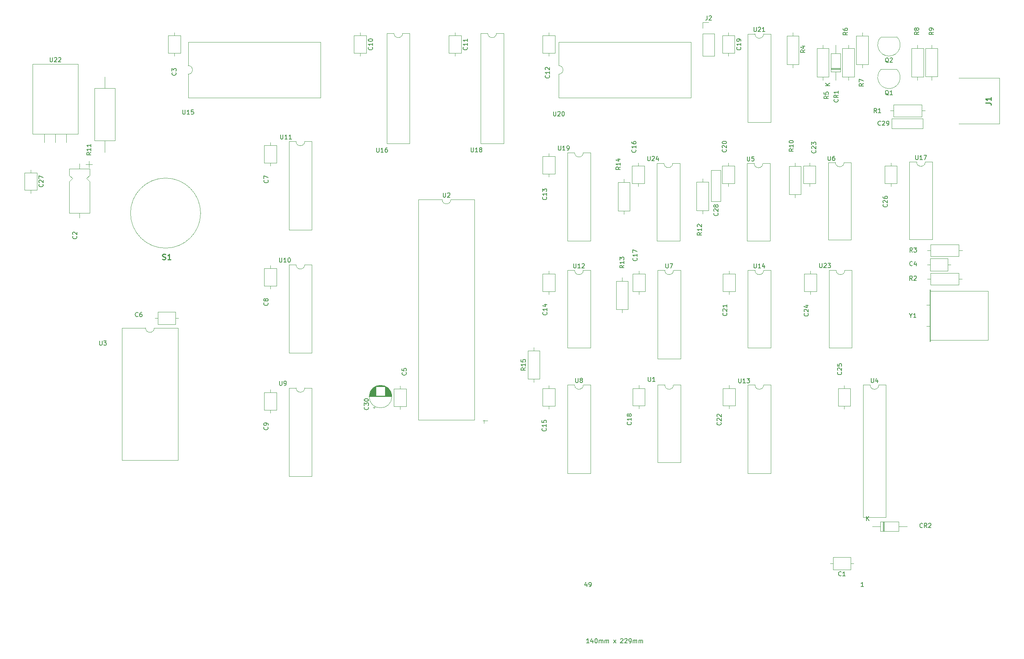
<source format=gbr>
G04 #@! TF.GenerationSoftware,KiCad,Pcbnew,5.1.8-5.1.8*
G04 #@! TF.CreationDate,2022-09-04T11:36:30-07:00*
G04 #@! TF.ProjectId,80cvc,38306376-632e-46b6-9963-61645f706362,rev?*
G04 #@! TF.SameCoordinates,Original*
G04 #@! TF.FileFunction,Legend,Top*
G04 #@! TF.FilePolarity,Positive*
%FSLAX46Y46*%
G04 Gerber Fmt 4.6, Leading zero omitted, Abs format (unit mm)*
G04 Created by KiCad (PCBNEW 5.1.8-5.1.8) date 2022-09-04 11:36:30*
%MOMM*%
%LPD*%
G01*
G04 APERTURE LIST*
%ADD10C,0.150000*%
%ADD11C,0.120000*%
%ADD12C,0.100000*%
%ADD13C,0.254000*%
G04 APERTURE END LIST*
D10*
X170601428Y-169641780D02*
X170030000Y-169641780D01*
X170315714Y-169641780D02*
X170315714Y-168641780D01*
X170220476Y-168784638D01*
X170125238Y-168879876D01*
X170030000Y-168927495D01*
X171458571Y-168975114D02*
X171458571Y-169641780D01*
X171220476Y-168594161D02*
X170982380Y-169308447D01*
X171601428Y-169308447D01*
X172172857Y-168641780D02*
X172268095Y-168641780D01*
X172363333Y-168689400D01*
X172410952Y-168737019D01*
X172458571Y-168832257D01*
X172506190Y-169022733D01*
X172506190Y-169260828D01*
X172458571Y-169451304D01*
X172410952Y-169546542D01*
X172363333Y-169594161D01*
X172268095Y-169641780D01*
X172172857Y-169641780D01*
X172077619Y-169594161D01*
X172030000Y-169546542D01*
X171982380Y-169451304D01*
X171934761Y-169260828D01*
X171934761Y-169022733D01*
X171982380Y-168832257D01*
X172030000Y-168737019D01*
X172077619Y-168689400D01*
X172172857Y-168641780D01*
X172934761Y-169641780D02*
X172934761Y-168975114D01*
X172934761Y-169070352D02*
X172982380Y-169022733D01*
X173077619Y-168975114D01*
X173220476Y-168975114D01*
X173315714Y-169022733D01*
X173363333Y-169117971D01*
X173363333Y-169641780D01*
X173363333Y-169117971D02*
X173410952Y-169022733D01*
X173506190Y-168975114D01*
X173649047Y-168975114D01*
X173744285Y-169022733D01*
X173791904Y-169117971D01*
X173791904Y-169641780D01*
X174268095Y-169641780D02*
X174268095Y-168975114D01*
X174268095Y-169070352D02*
X174315714Y-169022733D01*
X174410952Y-168975114D01*
X174553809Y-168975114D01*
X174649047Y-169022733D01*
X174696666Y-169117971D01*
X174696666Y-169641780D01*
X174696666Y-169117971D02*
X174744285Y-169022733D01*
X174839523Y-168975114D01*
X174982380Y-168975114D01*
X175077619Y-169022733D01*
X175125238Y-169117971D01*
X175125238Y-169641780D01*
X176268095Y-169641780D02*
X176791904Y-168975114D01*
X176268095Y-168975114D02*
X176791904Y-169641780D01*
X177887142Y-168737019D02*
X177934761Y-168689400D01*
X178030000Y-168641780D01*
X178268095Y-168641780D01*
X178363333Y-168689400D01*
X178410952Y-168737019D01*
X178458571Y-168832257D01*
X178458571Y-168927495D01*
X178410952Y-169070352D01*
X177839523Y-169641780D01*
X178458571Y-169641780D01*
X178839523Y-168737019D02*
X178887142Y-168689400D01*
X178982380Y-168641780D01*
X179220476Y-168641780D01*
X179315714Y-168689400D01*
X179363333Y-168737019D01*
X179410952Y-168832257D01*
X179410952Y-168927495D01*
X179363333Y-169070352D01*
X178791904Y-169641780D01*
X179410952Y-169641780D01*
X179887142Y-169641780D02*
X180077619Y-169641780D01*
X180172857Y-169594161D01*
X180220476Y-169546542D01*
X180315714Y-169403685D01*
X180363333Y-169213209D01*
X180363333Y-168832257D01*
X180315714Y-168737019D01*
X180268095Y-168689400D01*
X180172857Y-168641780D01*
X179982380Y-168641780D01*
X179887142Y-168689400D01*
X179839523Y-168737019D01*
X179791904Y-168832257D01*
X179791904Y-169070352D01*
X179839523Y-169165590D01*
X179887142Y-169213209D01*
X179982380Y-169260828D01*
X180172857Y-169260828D01*
X180268095Y-169213209D01*
X180315714Y-169165590D01*
X180363333Y-169070352D01*
X180791904Y-169641780D02*
X180791904Y-168975114D01*
X180791904Y-169070352D02*
X180839523Y-169022733D01*
X180934761Y-168975114D01*
X181077619Y-168975114D01*
X181172857Y-169022733D01*
X181220476Y-169117971D01*
X181220476Y-169641780D01*
X181220476Y-169117971D02*
X181268095Y-169022733D01*
X181363333Y-168975114D01*
X181506190Y-168975114D01*
X181601428Y-169022733D01*
X181649047Y-169117971D01*
X181649047Y-169641780D01*
X182125238Y-169641780D02*
X182125238Y-168975114D01*
X182125238Y-169070352D02*
X182172857Y-169022733D01*
X182268095Y-168975114D01*
X182410952Y-168975114D01*
X182506190Y-169022733D01*
X182553809Y-169117971D01*
X182553809Y-169641780D01*
X182553809Y-169117971D02*
X182601428Y-169022733D01*
X182696666Y-168975114D01*
X182839523Y-168975114D01*
X182934761Y-169022733D01*
X182982380Y-169117971D01*
X182982380Y-169641780D01*
D11*
X146329400Y-118237000D02*
X146075400Y-118237000D01*
X146329400Y-118237000D02*
X146329400Y-118059200D01*
X146329400Y-118237000D02*
X146329400Y-118846600D01*
X146329400Y-118237000D02*
X147116800Y-118237000D01*
D10*
X234041914Y-156560780D02*
X233470485Y-156560780D01*
X233756200Y-156560780D02*
X233756200Y-155560780D01*
X233660961Y-155703638D01*
X233565723Y-155798876D01*
X233470485Y-155846495D01*
X170072085Y-155944914D02*
X170072085Y-156611580D01*
X169833990Y-155563961D02*
X169595895Y-156278247D01*
X170214942Y-156278247D01*
X170643514Y-156611580D02*
X170833990Y-156611580D01*
X170929228Y-156563961D01*
X170976847Y-156516342D01*
X171072085Y-156373485D01*
X171119704Y-156183009D01*
X171119704Y-155802057D01*
X171072085Y-155706819D01*
X171024466Y-155659200D01*
X170929228Y-155611580D01*
X170738752Y-155611580D01*
X170643514Y-155659200D01*
X170595895Y-155706819D01*
X170548276Y-155802057D01*
X170548276Y-156040152D01*
X170595895Y-156135390D01*
X170643514Y-156183009D01*
X170738752Y-156230628D01*
X170929228Y-156230628D01*
X171024466Y-156183009D01*
X171072085Y-156135390D01*
X171119704Y-156040152D01*
D11*
X226464000Y-37553000D02*
X228704000Y-37553000D01*
X228704000Y-37553000D02*
X228704000Y-33313000D01*
X228704000Y-33313000D02*
X226464000Y-33313000D01*
X226464000Y-33313000D02*
X226464000Y-37553000D01*
X227584000Y-39473000D02*
X227584000Y-37553000D01*
X227584000Y-31393000D02*
X227584000Y-33313000D01*
X226464000Y-36833000D02*
X228704000Y-36833000D01*
X226464000Y-36713000D02*
X228704000Y-36713000D01*
X226464000Y-36953000D02*
X228704000Y-36953000D01*
X249450000Y-87917600D02*
X249450000Y-99917600D01*
X249330000Y-87917600D02*
X249450000Y-87917600D01*
X249330000Y-99917600D02*
X249330000Y-87917600D01*
X249450000Y-99917600D02*
X249330000Y-99917600D01*
X248600000Y-91467600D02*
X248600000Y-91467600D01*
X249450000Y-91467600D02*
X248600000Y-91467600D01*
X248600000Y-96367600D02*
X248600000Y-96367600D01*
X249450000Y-96367600D02*
X248600000Y-96367600D01*
X249450000Y-88267600D02*
X249450000Y-99567600D01*
X262850000Y-88267600D02*
X249450000Y-88267600D01*
X262850000Y-99567600D02*
X262850000Y-88267600D01*
X249450000Y-99567600D02*
X262850000Y-99567600D01*
D12*
X64622600Y-70228600D02*
X64622600Y-70228600D01*
X80822600Y-70228600D02*
X80822600Y-70228600D01*
X64622600Y-70228600D02*
G75*
G02*
X80822600Y-70228600I8100000J0D01*
G01*
X80822600Y-70228600D02*
G75*
G02*
X64622600Y-70228600I-8100000J0D01*
G01*
X265434700Y-49597600D02*
X256004700Y-49597600D01*
X265434700Y-49297600D02*
X265434700Y-49597600D01*
X265434700Y-38997600D02*
X265434700Y-49297600D01*
X256044700Y-38997600D02*
X265434700Y-38997600D01*
D11*
X76172200Y-29187400D02*
X73332200Y-29187400D01*
X73332200Y-29187400D02*
X73332200Y-33227400D01*
X73332200Y-33227400D02*
X76172200Y-33227400D01*
X76172200Y-33227400D02*
X76172200Y-29187400D01*
X74752200Y-28497400D02*
X74752200Y-29187400D01*
X74752200Y-33917400D02*
X74752200Y-33227400D01*
X248759200Y-82169000D02*
X249449200Y-82169000D01*
X254179200Y-82169000D02*
X253489200Y-82169000D01*
X249449200Y-83589000D02*
X253489200Y-83589000D01*
X249449200Y-80749000D02*
X249449200Y-83589000D01*
X253489200Y-80749000D02*
X249449200Y-80749000D01*
X253489200Y-83589000D02*
X253489200Y-80749000D01*
X70298800Y-94513400D02*
X70988800Y-94513400D01*
X75718800Y-94513400D02*
X75028800Y-94513400D01*
X70988800Y-95933400D02*
X75028800Y-95933400D01*
X70988800Y-93093400D02*
X70988800Y-95933400D01*
X75028800Y-93093400D02*
X70988800Y-93093400D01*
X75028800Y-95933400D02*
X75028800Y-93093400D01*
X98346400Y-54587400D02*
X95506400Y-54587400D01*
X95506400Y-54587400D02*
X95506400Y-58627400D01*
X95506400Y-58627400D02*
X98346400Y-58627400D01*
X98346400Y-58627400D02*
X98346400Y-54587400D01*
X96926400Y-53897400D02*
X96926400Y-54587400D01*
X96926400Y-59317400D02*
X96926400Y-58627400D01*
X96926400Y-87765400D02*
X96926400Y-87075400D01*
X96926400Y-82345400D02*
X96926400Y-83035400D01*
X98346400Y-87075400D02*
X98346400Y-83035400D01*
X95506400Y-87075400D02*
X98346400Y-87075400D01*
X95506400Y-83035400D02*
X95506400Y-87075400D01*
X98346400Y-83035400D02*
X95506400Y-83035400D01*
X98346400Y-111737400D02*
X95506400Y-111737400D01*
X95506400Y-111737400D02*
X95506400Y-115777400D01*
X95506400Y-115777400D02*
X98346400Y-115777400D01*
X98346400Y-115777400D02*
X98346400Y-111737400D01*
X96926400Y-111047400D02*
X96926400Y-111737400D01*
X96926400Y-116467400D02*
X96926400Y-115777400D01*
X117703600Y-33917400D02*
X117703600Y-33227400D01*
X117703600Y-28497400D02*
X117703600Y-29187400D01*
X119123600Y-33227400D02*
X119123600Y-29187400D01*
X116283600Y-33227400D02*
X119123600Y-33227400D01*
X116283600Y-29187400D02*
X116283600Y-33227400D01*
X119123600Y-29187400D02*
X116283600Y-29187400D01*
X141018400Y-29187400D02*
X138178400Y-29187400D01*
X138178400Y-29187400D02*
X138178400Y-33227400D01*
X138178400Y-33227400D02*
X141018400Y-33227400D01*
X141018400Y-33227400D02*
X141018400Y-29187400D01*
X139598400Y-28497400D02*
X139598400Y-29187400D01*
X139598400Y-33917400D02*
X139598400Y-33227400D01*
X161290000Y-33917400D02*
X161290000Y-33227400D01*
X161290000Y-28497400D02*
X161290000Y-29187400D01*
X162710000Y-33227400D02*
X162710000Y-29187400D01*
X159870000Y-33227400D02*
X162710000Y-33227400D01*
X159870000Y-29187400D02*
X159870000Y-33227400D01*
X162710000Y-29187400D02*
X159870000Y-29187400D01*
X162710000Y-57127400D02*
X159870000Y-57127400D01*
X159870000Y-57127400D02*
X159870000Y-61167400D01*
X159870000Y-61167400D02*
X162710000Y-61167400D01*
X162710000Y-61167400D02*
X162710000Y-57127400D01*
X161290000Y-56437400D02*
X161290000Y-57127400D01*
X161290000Y-61857400D02*
X161290000Y-61167400D01*
X162735400Y-84280000D02*
X159895400Y-84280000D01*
X159895400Y-84280000D02*
X159895400Y-88320000D01*
X159895400Y-88320000D02*
X162735400Y-88320000D01*
X162735400Y-88320000D02*
X162735400Y-84280000D01*
X161315400Y-83590000D02*
X161315400Y-84280000D01*
X161315400Y-89010000D02*
X161315400Y-88320000D01*
X161290000Y-115527600D02*
X161290000Y-114837600D01*
X161290000Y-110107600D02*
X161290000Y-110797600D01*
X162710000Y-114837600D02*
X162710000Y-110797600D01*
X159870000Y-114837600D02*
X162710000Y-114837600D01*
X159870000Y-110797600D02*
X159870000Y-114837600D01*
X162710000Y-110797600D02*
X159870000Y-110797600D01*
X183385600Y-59286400D02*
X180545600Y-59286400D01*
X180545600Y-59286400D02*
X180545600Y-63326400D01*
X180545600Y-63326400D02*
X183385600Y-63326400D01*
X183385600Y-63326400D02*
X183385600Y-59286400D01*
X181965600Y-58596400D02*
X181965600Y-59286400D01*
X181965600Y-64016400D02*
X181965600Y-63326400D01*
X182118000Y-89035400D02*
X182118000Y-88345400D01*
X182118000Y-83615400D02*
X182118000Y-84305400D01*
X183538000Y-88345400D02*
X183538000Y-84305400D01*
X180698000Y-88345400D02*
X183538000Y-88345400D01*
X180698000Y-84305400D02*
X180698000Y-88345400D01*
X183538000Y-84305400D02*
X180698000Y-84305400D01*
X183512600Y-110746800D02*
X180672600Y-110746800D01*
X180672600Y-110746800D02*
X180672600Y-114786800D01*
X180672600Y-114786800D02*
X183512600Y-114786800D01*
X183512600Y-114786800D02*
X183512600Y-110746800D01*
X182092600Y-110056800D02*
X182092600Y-110746800D01*
X182092600Y-115476800D02*
X182092600Y-114786800D01*
X202819000Y-33917400D02*
X202819000Y-33227400D01*
X202819000Y-28497400D02*
X202819000Y-29187400D01*
X204239000Y-33227400D02*
X204239000Y-29187400D01*
X201399000Y-33227400D02*
X204239000Y-33227400D01*
X201399000Y-29187400D02*
X201399000Y-33227400D01*
X204239000Y-29187400D02*
X201399000Y-29187400D01*
X204213600Y-59286400D02*
X201373600Y-59286400D01*
X201373600Y-59286400D02*
X201373600Y-63326400D01*
X201373600Y-63326400D02*
X204213600Y-63326400D01*
X204213600Y-63326400D02*
X204213600Y-59286400D01*
X202793600Y-58596400D02*
X202793600Y-59286400D01*
X202793600Y-64016400D02*
X202793600Y-63326400D01*
X204391400Y-84305400D02*
X201551400Y-84305400D01*
X201551400Y-84305400D02*
X201551400Y-88345400D01*
X201551400Y-88345400D02*
X204391400Y-88345400D01*
X204391400Y-88345400D02*
X204391400Y-84305400D01*
X202971400Y-83615400D02*
X202971400Y-84305400D01*
X202971400Y-89035400D02*
X202971400Y-88345400D01*
X202971400Y-115476800D02*
X202971400Y-114786800D01*
X202971400Y-110056800D02*
X202971400Y-110746800D01*
X204391400Y-114786800D02*
X204391400Y-110746800D01*
X201551400Y-114786800D02*
X204391400Y-114786800D01*
X201551400Y-110746800D02*
X201551400Y-114786800D01*
X204391400Y-110746800D02*
X201551400Y-110746800D01*
X222958800Y-59286400D02*
X220118800Y-59286400D01*
X220118800Y-59286400D02*
X220118800Y-63326400D01*
X220118800Y-63326400D02*
X222958800Y-63326400D01*
X222958800Y-63326400D02*
X222958800Y-59286400D01*
X221538800Y-58596400D02*
X221538800Y-59286400D01*
X221538800Y-64016400D02*
X221538800Y-63326400D01*
X221742000Y-89035400D02*
X221742000Y-88345400D01*
X221742000Y-83615400D02*
X221742000Y-84305400D01*
X223162000Y-88345400D02*
X223162000Y-84305400D01*
X220322000Y-88345400D02*
X223162000Y-88345400D01*
X220322000Y-84305400D02*
X220322000Y-88345400D01*
X223162000Y-84305400D02*
X220322000Y-84305400D01*
X230985200Y-110797600D02*
X228145200Y-110797600D01*
X228145200Y-110797600D02*
X228145200Y-114837600D01*
X228145200Y-114837600D02*
X230985200Y-114837600D01*
X230985200Y-114837600D02*
X230985200Y-110797600D01*
X229565200Y-110107600D02*
X229565200Y-110797600D01*
X229565200Y-115527600D02*
X229565200Y-114837600D01*
X240334800Y-64016400D02*
X240334800Y-63326400D01*
X240334800Y-58596400D02*
X240334800Y-59286400D01*
X241754800Y-63326400D02*
X241754800Y-59286400D01*
X238914800Y-63326400D02*
X241754800Y-63326400D01*
X238914800Y-59286400D02*
X238914800Y-63326400D01*
X241754800Y-59286400D02*
X238914800Y-59286400D01*
X41579800Y-65616600D02*
X41579800Y-64926600D01*
X41579800Y-60196600D02*
X41579800Y-60886600D01*
X42999800Y-64926600D02*
X42999800Y-60886600D01*
X40159800Y-64926600D02*
X42999800Y-64926600D01*
X40159800Y-60886600D02*
X40159800Y-64926600D01*
X42999800Y-60886600D02*
X40159800Y-60886600D01*
X201018000Y-60297200D02*
X201018000Y-67537200D01*
X198778000Y-60297200D02*
X198778000Y-67537200D01*
X201018000Y-60297200D02*
X198778000Y-60297200D01*
X201018000Y-67537200D02*
X198778000Y-67537200D01*
X247750200Y-50624600D02*
X240510200Y-50624600D01*
X247750200Y-48384600D02*
X240510200Y-48384600D01*
X247750200Y-50624600D02*
X247750200Y-48384600D01*
X240510200Y-50624600D02*
X240510200Y-48384600D01*
X120677600Y-115198375D02*
X121177600Y-115198375D01*
X120927600Y-115448375D02*
X120927600Y-114948375D01*
X122118600Y-110042600D02*
X122686600Y-110042600D01*
X121884600Y-110082600D02*
X122920600Y-110082600D01*
X121725600Y-110122600D02*
X123079600Y-110122600D01*
X121597600Y-110162600D02*
X123207600Y-110162600D01*
X121487600Y-110202600D02*
X123317600Y-110202600D01*
X121391600Y-110242600D02*
X123413600Y-110242600D01*
X121304600Y-110282600D02*
X123500600Y-110282600D01*
X121224600Y-110322600D02*
X123580600Y-110322600D01*
X123442600Y-110362600D02*
X123653600Y-110362600D01*
X121151600Y-110362600D02*
X121362600Y-110362600D01*
X123442600Y-110402600D02*
X123721600Y-110402600D01*
X121083600Y-110402600D02*
X121362600Y-110402600D01*
X123442600Y-110442600D02*
X123785600Y-110442600D01*
X121019600Y-110442600D02*
X121362600Y-110442600D01*
X123442600Y-110482600D02*
X123845600Y-110482600D01*
X120959600Y-110482600D02*
X121362600Y-110482600D01*
X123442600Y-110522600D02*
X123902600Y-110522600D01*
X120902600Y-110522600D02*
X121362600Y-110522600D01*
X123442600Y-110562600D02*
X123956600Y-110562600D01*
X120848600Y-110562600D02*
X121362600Y-110562600D01*
X123442600Y-110602600D02*
X124007600Y-110602600D01*
X120797600Y-110602600D02*
X121362600Y-110602600D01*
X123442600Y-110642600D02*
X124055600Y-110642600D01*
X120749600Y-110642600D02*
X121362600Y-110642600D01*
X123442600Y-110682600D02*
X124101600Y-110682600D01*
X120703600Y-110682600D02*
X121362600Y-110682600D01*
X123442600Y-110722600D02*
X124145600Y-110722600D01*
X120659600Y-110722600D02*
X121362600Y-110722600D01*
X123442600Y-110762600D02*
X124187600Y-110762600D01*
X120617600Y-110762600D02*
X121362600Y-110762600D01*
X123442600Y-110802600D02*
X124228600Y-110802600D01*
X120576600Y-110802600D02*
X121362600Y-110802600D01*
X123442600Y-110842600D02*
X124266600Y-110842600D01*
X120538600Y-110842600D02*
X121362600Y-110842600D01*
X123442600Y-110882600D02*
X124303600Y-110882600D01*
X120501600Y-110882600D02*
X121362600Y-110882600D01*
X123442600Y-110922600D02*
X124339600Y-110922600D01*
X120465600Y-110922600D02*
X121362600Y-110922600D01*
X123442600Y-110962600D02*
X124373600Y-110962600D01*
X120431600Y-110962600D02*
X121362600Y-110962600D01*
X123442600Y-111002600D02*
X124406600Y-111002600D01*
X120398600Y-111002600D02*
X121362600Y-111002600D01*
X123442600Y-111042600D02*
X124437600Y-111042600D01*
X120367600Y-111042600D02*
X121362600Y-111042600D01*
X123442600Y-111082600D02*
X124467600Y-111082600D01*
X120337600Y-111082600D02*
X121362600Y-111082600D01*
X123442600Y-111122600D02*
X124497600Y-111122600D01*
X120307600Y-111122600D02*
X121362600Y-111122600D01*
X123442600Y-111162600D02*
X124524600Y-111162600D01*
X120280600Y-111162600D02*
X121362600Y-111162600D01*
X123442600Y-111202600D02*
X124551600Y-111202600D01*
X120253600Y-111202600D02*
X121362600Y-111202600D01*
X123442600Y-111242600D02*
X124577600Y-111242600D01*
X120227600Y-111242600D02*
X121362600Y-111242600D01*
X123442600Y-111282600D02*
X124602600Y-111282600D01*
X120202600Y-111282600D02*
X121362600Y-111282600D01*
X123442600Y-111322600D02*
X124626600Y-111322600D01*
X120178600Y-111322600D02*
X121362600Y-111322600D01*
X123442600Y-111362600D02*
X124649600Y-111362600D01*
X120155600Y-111362600D02*
X121362600Y-111362600D01*
X123442600Y-111402600D02*
X124670600Y-111402600D01*
X120134600Y-111402600D02*
X121362600Y-111402600D01*
X123442600Y-111442600D02*
X124692600Y-111442600D01*
X120112600Y-111442600D02*
X121362600Y-111442600D01*
X123442600Y-111482600D02*
X124712600Y-111482600D01*
X120092600Y-111482600D02*
X121362600Y-111482600D01*
X123442600Y-111522600D02*
X124731600Y-111522600D01*
X120073600Y-111522600D02*
X121362600Y-111522600D01*
X123442600Y-111562600D02*
X124750600Y-111562600D01*
X120054600Y-111562600D02*
X121362600Y-111562600D01*
X123442600Y-111602600D02*
X124767600Y-111602600D01*
X120037600Y-111602600D02*
X121362600Y-111602600D01*
X123442600Y-111642600D02*
X124784600Y-111642600D01*
X120020600Y-111642600D02*
X121362600Y-111642600D01*
X123442600Y-111682600D02*
X124800600Y-111682600D01*
X120004600Y-111682600D02*
X121362600Y-111682600D01*
X123442600Y-111722600D02*
X124816600Y-111722600D01*
X119988600Y-111722600D02*
X121362600Y-111722600D01*
X123442600Y-111762600D02*
X124830600Y-111762600D01*
X119974600Y-111762600D02*
X121362600Y-111762600D01*
X123442600Y-111802600D02*
X124844600Y-111802600D01*
X119960600Y-111802600D02*
X121362600Y-111802600D01*
X123442600Y-111842600D02*
X124857600Y-111842600D01*
X119947600Y-111842600D02*
X121362600Y-111842600D01*
X123442600Y-111882600D02*
X124870600Y-111882600D01*
X119934600Y-111882600D02*
X121362600Y-111882600D01*
X123442600Y-111922600D02*
X124882600Y-111922600D01*
X119922600Y-111922600D02*
X121362600Y-111922600D01*
X123442600Y-111963600D02*
X124893600Y-111963600D01*
X119911600Y-111963600D02*
X121362600Y-111963600D01*
X123442600Y-112003600D02*
X124903600Y-112003600D01*
X119901600Y-112003600D02*
X121362600Y-112003600D01*
X123442600Y-112043600D02*
X124913600Y-112043600D01*
X119891600Y-112043600D02*
X121362600Y-112043600D01*
X123442600Y-112083600D02*
X124922600Y-112083600D01*
X119882600Y-112083600D02*
X121362600Y-112083600D01*
X123442600Y-112123600D02*
X124930600Y-112123600D01*
X119874600Y-112123600D02*
X121362600Y-112123600D01*
X123442600Y-112163600D02*
X124938600Y-112163600D01*
X119866600Y-112163600D02*
X121362600Y-112163600D01*
X123442600Y-112203600D02*
X124945600Y-112203600D01*
X119859600Y-112203600D02*
X121362600Y-112203600D01*
X123442600Y-112243600D02*
X124952600Y-112243600D01*
X119852600Y-112243600D02*
X121362600Y-112243600D01*
X123442600Y-112283600D02*
X124958600Y-112283600D01*
X119846600Y-112283600D02*
X121362600Y-112283600D01*
X123442600Y-112323600D02*
X124963600Y-112323600D01*
X119841600Y-112323600D02*
X121362600Y-112323600D01*
X123442600Y-112363600D02*
X124967600Y-112363600D01*
X119837600Y-112363600D02*
X121362600Y-112363600D01*
X123442600Y-112403600D02*
X124971600Y-112403600D01*
X119833600Y-112403600D02*
X121362600Y-112403600D01*
X119829600Y-112443600D02*
X124975600Y-112443600D01*
X119826600Y-112483600D02*
X124978600Y-112483600D01*
X119824600Y-112523600D02*
X124980600Y-112523600D01*
X119823600Y-112563600D02*
X124981600Y-112563600D01*
X119822600Y-112603600D02*
X124982600Y-112603600D01*
X119822600Y-112643600D02*
X124982600Y-112643600D01*
X125022600Y-112643600D02*
G75*
G03*
X125022600Y-112643600I-2620000J0D01*
G01*
X238535400Y-141564500D02*
X238535400Y-143804500D01*
X238775400Y-141564500D02*
X238775400Y-143804500D01*
X238655400Y-141564500D02*
X238655400Y-143804500D01*
X244095400Y-142684500D02*
X242175400Y-142684500D01*
X236015400Y-142684500D02*
X237935400Y-142684500D01*
X242175400Y-141564500D02*
X237935400Y-141564500D01*
X242175400Y-143804500D02*
X242175400Y-141564500D01*
X237935400Y-143804500D02*
X242175400Y-143804500D01*
X237935400Y-141564500D02*
X237935400Y-143804500D01*
X196891600Y-26152800D02*
X198221600Y-26152800D01*
X196891600Y-27482800D02*
X196891600Y-26152800D01*
X196891600Y-28752800D02*
X199551600Y-28752800D01*
X199551600Y-28752800D02*
X199551600Y-33892800D01*
X196891600Y-28752800D02*
X196891600Y-33892800D01*
X196891600Y-33892800D02*
X199551600Y-33892800D01*
X241703000Y-36983000D02*
X238103000Y-36983000D01*
X241741478Y-36994522D02*
G75*
G02*
X239903000Y-41433000I-1838478J-1838478D01*
G01*
X238064522Y-36994522D02*
G75*
G03*
X239903000Y-41433000I1838478J-1838478D01*
G01*
X241703000Y-29463000D02*
X238103000Y-29463000D01*
X238064522Y-29474522D02*
G75*
G03*
X239903000Y-33913000I1838478J-1838478D01*
G01*
X241741478Y-29474522D02*
G75*
G02*
X239903000Y-33913000I-1838478J-1838478D01*
G01*
X248261000Y-46558200D02*
X247491000Y-46558200D01*
X240181000Y-46558200D02*
X240951000Y-46558200D01*
X247491000Y-45188200D02*
X240951000Y-45188200D01*
X247491000Y-47928200D02*
X247491000Y-45188200D01*
X240951000Y-47928200D02*
X247491000Y-47928200D01*
X240951000Y-45188200D02*
X240951000Y-47928200D01*
X256025400Y-86841000D02*
X256025400Y-84101000D01*
X256025400Y-84101000D02*
X249485400Y-84101000D01*
X249485400Y-84101000D02*
X249485400Y-86841000D01*
X249485400Y-86841000D02*
X256025400Y-86841000D01*
X256795400Y-85471000D02*
X256025400Y-85471000D01*
X248715400Y-85471000D02*
X249485400Y-85471000D01*
X248766200Y-78867000D02*
X249536200Y-78867000D01*
X256846200Y-78867000D02*
X256076200Y-78867000D01*
X249536200Y-80237000D02*
X256076200Y-80237000D01*
X249536200Y-77497000D02*
X249536200Y-80237000D01*
X256076200Y-77497000D02*
X249536200Y-77497000D01*
X256076200Y-80237000D02*
X256076200Y-77497000D01*
X217678000Y-28497400D02*
X217678000Y-29267400D01*
X217678000Y-36577400D02*
X217678000Y-35807400D01*
X216308000Y-29267400D02*
X216308000Y-35807400D01*
X219048000Y-29267400D02*
X216308000Y-29267400D01*
X219048000Y-35807400D02*
X219048000Y-29267400D01*
X216308000Y-35807400D02*
X219048000Y-35807400D01*
X223254900Y-38703000D02*
X225994900Y-38703000D01*
X225994900Y-38703000D02*
X225994900Y-32163000D01*
X225994900Y-32163000D02*
X223254900Y-32163000D01*
X223254900Y-32163000D02*
X223254900Y-38703000D01*
X224624900Y-39473000D02*
X224624900Y-38703000D01*
X224624900Y-31393000D02*
X224624900Y-32163000D01*
X231894600Y-32163000D02*
X229154600Y-32163000D01*
X229154600Y-32163000D02*
X229154600Y-38703000D01*
X229154600Y-38703000D02*
X231894600Y-38703000D01*
X231894600Y-38703000D02*
X231894600Y-32163000D01*
X230524600Y-31393000D02*
X230524600Y-32163000D01*
X230524600Y-39473000D02*
X230524600Y-38703000D01*
X235100800Y-29267400D02*
X232360800Y-29267400D01*
X232360800Y-29267400D02*
X232360800Y-35807400D01*
X232360800Y-35807400D02*
X235100800Y-35807400D01*
X235100800Y-35807400D02*
X235100800Y-29267400D01*
X233730800Y-28497400D02*
X233730800Y-29267400D01*
X233730800Y-36577400D02*
X233730800Y-35807400D01*
X247877000Y-32163000D02*
X245137000Y-32163000D01*
X245137000Y-32163000D02*
X245137000Y-38703000D01*
X245137000Y-38703000D02*
X247877000Y-38703000D01*
X247877000Y-38703000D02*
X247877000Y-32163000D01*
X246507000Y-31393000D02*
X246507000Y-32163000D01*
X246507000Y-39473000D02*
X246507000Y-38703000D01*
X249732800Y-31367600D02*
X249732800Y-32137600D01*
X249732800Y-39447600D02*
X249732800Y-38677600D01*
X248362800Y-32137600D02*
X248362800Y-38677600D01*
X251102800Y-32137600D02*
X248362800Y-32137600D01*
X251102800Y-38677600D02*
X251102800Y-32137600D01*
X248362800Y-38677600D02*
X251102800Y-38677600D01*
X218211400Y-66676400D02*
X218211400Y-65906400D01*
X218211400Y-58596400D02*
X218211400Y-59366400D01*
X219581400Y-65906400D02*
X219581400Y-59366400D01*
X216841400Y-65906400D02*
X219581400Y-65906400D01*
X216841400Y-59366400D02*
X216841400Y-65906400D01*
X219581400Y-59366400D02*
X216841400Y-59366400D01*
X196824600Y-70359400D02*
X196824600Y-69589400D01*
X196824600Y-62279400D02*
X196824600Y-63049400D01*
X198194600Y-69589400D02*
X198194600Y-63049400D01*
X195454600Y-69589400D02*
X198194600Y-69589400D01*
X195454600Y-63049400D02*
X195454600Y-69589400D01*
X198194600Y-63049400D02*
X195454600Y-63049400D01*
X179601800Y-85934800D02*
X176861800Y-85934800D01*
X176861800Y-85934800D02*
X176861800Y-92474800D01*
X176861800Y-92474800D02*
X179601800Y-92474800D01*
X179601800Y-92474800D02*
X179601800Y-85934800D01*
X178231800Y-85164800D02*
X178231800Y-85934800D01*
X178231800Y-93244800D02*
X178231800Y-92474800D01*
X180033600Y-63151000D02*
X177293600Y-63151000D01*
X177293600Y-63151000D02*
X177293600Y-69691000D01*
X177293600Y-69691000D02*
X180033600Y-69691000D01*
X180033600Y-69691000D02*
X180033600Y-63151000D01*
X178663600Y-62381000D02*
X178663600Y-63151000D01*
X178663600Y-70461000D02*
X178663600Y-69691000D01*
X157810200Y-101293800D02*
X157810200Y-102063800D01*
X157810200Y-109373800D02*
X157810200Y-108603800D01*
X156440200Y-102063800D02*
X156440200Y-108603800D01*
X159180200Y-102063800D02*
X156440200Y-102063800D01*
X159180200Y-108603800D02*
X159180200Y-102063800D01*
X156440200Y-108603800D02*
X159180200Y-108603800D01*
X188093900Y-109972800D02*
X186443900Y-109972800D01*
X186443900Y-109972800D02*
X186443900Y-127872800D01*
X186443900Y-127872800D02*
X191743900Y-127872800D01*
X191743900Y-127872800D02*
X191743900Y-109972800D01*
X191743900Y-109972800D02*
X190093900Y-109972800D01*
X190093900Y-109972800D02*
G75*
G02*
X188093900Y-109972800I-1000000J0D01*
G01*
X144102600Y-67097600D02*
X138642600Y-67097600D01*
X144102600Y-118017600D02*
X144102600Y-67097600D01*
X131182600Y-118017600D02*
X144102600Y-118017600D01*
X131182600Y-67097600D02*
X131182600Y-118017600D01*
X136642600Y-67097600D02*
X131182600Y-67097600D01*
X138642600Y-67097600D02*
G75*
G02*
X136642600Y-67097600I-1000000J0D01*
G01*
X75573400Y-96801000D02*
X70113400Y-96801000D01*
X75573400Y-127401000D02*
X75573400Y-96801000D01*
X62653400Y-127401000D02*
X75573400Y-127401000D01*
X62653400Y-96801000D02*
X62653400Y-127401000D01*
X68113400Y-96801000D02*
X62653400Y-96801000D01*
X70113400Y-96801000D02*
G75*
G02*
X68113400Y-96801000I-1000000J0D01*
G01*
X208753200Y-58741000D02*
X207103200Y-58741000D01*
X207103200Y-58741000D02*
X207103200Y-76641000D01*
X207103200Y-76641000D02*
X212403200Y-76641000D01*
X212403200Y-76641000D02*
X212403200Y-58741000D01*
X212403200Y-58741000D02*
X210753200Y-58741000D01*
X210753200Y-58741000D02*
G75*
G02*
X208753200Y-58741000I-1000000J0D01*
G01*
X231173800Y-58512400D02*
X229523800Y-58512400D01*
X231173800Y-76412400D02*
X231173800Y-58512400D01*
X225873800Y-76412400D02*
X231173800Y-76412400D01*
X225873800Y-58512400D02*
X225873800Y-76412400D01*
X227523800Y-58512400D02*
X225873800Y-58512400D01*
X229523800Y-58512400D02*
G75*
G02*
X227523800Y-58512400I-1000000J0D01*
G01*
X188093900Y-83455200D02*
X186443900Y-83455200D01*
X186443900Y-83455200D02*
X186443900Y-103895200D01*
X186443900Y-103895200D02*
X191743900Y-103895200D01*
X191743900Y-103895200D02*
X191743900Y-83455200D01*
X191743900Y-83455200D02*
X190093900Y-83455200D01*
X190093900Y-83455200D02*
G75*
G02*
X188093900Y-83455200I-1000000J0D01*
G01*
X170906800Y-109972800D02*
X169256800Y-109972800D01*
X170906800Y-130412800D02*
X170906800Y-109972800D01*
X165606800Y-130412800D02*
X170906800Y-130412800D01*
X165606800Y-109972800D02*
X165606800Y-130412800D01*
X167256800Y-109972800D02*
X165606800Y-109972800D01*
X169256800Y-109972800D02*
G75*
G02*
X167256800Y-109972800I-1000000J0D01*
G01*
X102883400Y-110658600D02*
X101233400Y-110658600D01*
X101233400Y-110658600D02*
X101233400Y-131098600D01*
X101233400Y-131098600D02*
X106533400Y-131098600D01*
X106533400Y-131098600D02*
X106533400Y-110658600D01*
X106533400Y-110658600D02*
X104883400Y-110658600D01*
X104883400Y-110658600D02*
G75*
G02*
X102883400Y-110658600I-1000000J0D01*
G01*
X102883400Y-82155532D02*
X101233400Y-82155532D01*
X101233400Y-82155532D02*
X101233400Y-102595532D01*
X101233400Y-102595532D02*
X106533400Y-102595532D01*
X106533400Y-102595532D02*
X106533400Y-82155532D01*
X106533400Y-82155532D02*
X104883400Y-82155532D01*
X104883400Y-82155532D02*
G75*
G02*
X102883400Y-82155532I-1000000J0D01*
G01*
X106533400Y-53652466D02*
X104883400Y-53652466D01*
X106533400Y-74092466D02*
X106533400Y-53652466D01*
X101233400Y-74092466D02*
X106533400Y-74092466D01*
X101233400Y-53652466D02*
X101233400Y-74092466D01*
X102883400Y-53652466D02*
X101233400Y-53652466D01*
X104883400Y-53652466D02*
G75*
G02*
X102883400Y-53652466I-1000000J0D01*
G01*
X170906800Y-83455200D02*
X169256800Y-83455200D01*
X170906800Y-101355200D02*
X170906800Y-83455200D01*
X165606800Y-101355200D02*
X170906800Y-101355200D01*
X165606800Y-83455200D02*
X165606800Y-101355200D01*
X167256800Y-83455200D02*
X165606800Y-83455200D01*
X169256800Y-83455200D02*
G75*
G02*
X167256800Y-83455200I-1000000J0D01*
G01*
X212581000Y-109972800D02*
X210931000Y-109972800D01*
X212581000Y-130412800D02*
X212581000Y-109972800D01*
X207281000Y-130412800D02*
X212581000Y-130412800D01*
X207281000Y-109972800D02*
X207281000Y-130412800D01*
X208931000Y-109972800D02*
X207281000Y-109972800D01*
X210931000Y-109972800D02*
G75*
G02*
X208931000Y-109972800I-1000000J0D01*
G01*
X212581000Y-83455200D02*
X210931000Y-83455200D01*
X212581000Y-101355200D02*
X212581000Y-83455200D01*
X207281000Y-101355200D02*
X212581000Y-101355200D01*
X207281000Y-83455200D02*
X207281000Y-101355200D01*
X208931000Y-83455200D02*
X207281000Y-83455200D01*
X210931000Y-83455200D02*
G75*
G02*
X208931000Y-83455200I-1000000J0D01*
G01*
X77943400Y-30649400D02*
X77943400Y-36109400D01*
X108543400Y-30649400D02*
X77943400Y-30649400D01*
X108543400Y-43569400D02*
X108543400Y-30649400D01*
X77943400Y-43569400D02*
X108543400Y-43569400D01*
X77943400Y-38109400D02*
X77943400Y-43569400D01*
X77943400Y-36109400D02*
G75*
G02*
X77943400Y-38109400I0J-1000000D01*
G01*
X129159600Y-28649400D02*
X127509600Y-28649400D01*
X129159600Y-54169400D02*
X129159600Y-28649400D01*
X123859600Y-54169400D02*
X129159600Y-54169400D01*
X123859600Y-28649400D02*
X123859600Y-54169400D01*
X125509600Y-28649400D02*
X123859600Y-28649400D01*
X127509600Y-28649400D02*
G75*
G02*
X125509600Y-28649400I-1000000J0D01*
G01*
X249944400Y-58410800D02*
X248294400Y-58410800D01*
X249944400Y-76310800D02*
X249944400Y-58410800D01*
X244644400Y-76310800D02*
X249944400Y-76310800D01*
X244644400Y-58410800D02*
X244644400Y-76310800D01*
X246294400Y-58410800D02*
X244644400Y-58410800D01*
X248294400Y-58410800D02*
G75*
G02*
X246294400Y-58410800I-1000000J0D01*
G01*
X147196000Y-28649400D02*
X145546000Y-28649400D01*
X145546000Y-28649400D02*
X145546000Y-54169400D01*
X145546000Y-54169400D02*
X150846000Y-54169400D01*
X150846000Y-54169400D02*
X150846000Y-28649400D01*
X150846000Y-28649400D02*
X149196000Y-28649400D01*
X149196000Y-28649400D02*
G75*
G02*
X147196000Y-28649400I-1000000J0D01*
G01*
X167256800Y-56251800D02*
X165606800Y-56251800D01*
X165606800Y-56251800D02*
X165606800Y-76691800D01*
X165606800Y-76691800D02*
X170906800Y-76691800D01*
X170906800Y-76691800D02*
X170906800Y-56251800D01*
X170906800Y-56251800D02*
X169256800Y-56251800D01*
X169256800Y-56251800D02*
G75*
G02*
X167256800Y-56251800I-1000000J0D01*
G01*
X163566800Y-38109400D02*
X163566800Y-43569400D01*
X163566800Y-43569400D02*
X194166800Y-43569400D01*
X194166800Y-43569400D02*
X194166800Y-30649400D01*
X194166800Y-30649400D02*
X163566800Y-30649400D01*
X163566800Y-30649400D02*
X163566800Y-36109400D01*
X163566800Y-36109400D02*
G75*
G02*
X163566800Y-38109400I0J-1000000D01*
G01*
X212581000Y-28794400D02*
X210931000Y-28794400D01*
X212581000Y-49234400D02*
X212581000Y-28794400D01*
X207281000Y-49234400D02*
X212581000Y-49234400D01*
X207281000Y-28794400D02*
X207281000Y-49234400D01*
X208931000Y-28794400D02*
X207281000Y-28794400D01*
X210931000Y-28794400D02*
G75*
G02*
X208931000Y-28794400I-1000000J0D01*
G01*
X49809400Y-51906400D02*
X49809400Y-53866400D01*
X47269400Y-51906400D02*
X47269400Y-53866400D01*
X44729400Y-51906400D02*
X44729400Y-53866400D01*
X52519400Y-35796400D02*
X52519400Y-51906400D01*
X42019400Y-35796400D02*
X42019400Y-51906400D01*
X42019400Y-35796400D02*
X52519400Y-35796400D01*
X42019400Y-51906400D02*
X52519400Y-51906400D01*
X227701600Y-83455200D02*
X226051600Y-83455200D01*
X226051600Y-83455200D02*
X226051600Y-101355200D01*
X226051600Y-101355200D02*
X231351600Y-101355200D01*
X231351600Y-101355200D02*
X231351600Y-83455200D01*
X231351600Y-83455200D02*
X229701600Y-83455200D01*
X229701600Y-83455200D02*
G75*
G02*
X227701600Y-83455200I-1000000J0D01*
G01*
X187916100Y-58715600D02*
X186266100Y-58715600D01*
X186266100Y-58715600D02*
X186266100Y-76615600D01*
X186266100Y-76615600D02*
X191566100Y-76615600D01*
X191566100Y-76615600D02*
X191566100Y-58715600D01*
X191566100Y-58715600D02*
X189916100Y-58715600D01*
X189916100Y-58715600D02*
G75*
G02*
X187916100Y-58715600I-1000000J0D01*
G01*
X55057400Y-58211800D02*
X55057400Y-59711800D01*
X55807400Y-58961800D02*
X54307400Y-58961800D01*
X55227400Y-59961800D02*
X50487400Y-59961800D01*
X55227400Y-70201800D02*
X50487400Y-70201800D01*
X55227400Y-59961800D02*
X55227400Y-61461800D01*
X55227400Y-61461800D02*
X54477400Y-62211800D01*
X54477400Y-62211800D02*
X55227400Y-62961800D01*
X55227400Y-62961800D02*
X55227400Y-70201800D01*
X50487400Y-59961800D02*
X50487400Y-61461800D01*
X50487400Y-61461800D02*
X51237400Y-62211800D01*
X51237400Y-62211800D02*
X50487400Y-62961800D01*
X50487400Y-62961800D02*
X50487400Y-70201800D01*
X52857400Y-58821800D02*
X52857400Y-59961800D01*
X52857400Y-71341800D02*
X52857400Y-70201800D01*
X56278600Y-53491800D02*
X61018600Y-53491800D01*
X61018600Y-53491800D02*
X61018600Y-41351800D01*
X61018600Y-41351800D02*
X56278600Y-41351800D01*
X56278600Y-41351800D02*
X56278600Y-53491800D01*
X58648600Y-56141800D02*
X58648600Y-53491800D01*
X58648600Y-38701800D02*
X58648600Y-41351800D01*
X125503800Y-114932200D02*
X128343800Y-114932200D01*
X128343800Y-114932200D02*
X128343800Y-110892200D01*
X128343800Y-110892200D02*
X125503800Y-110892200D01*
X125503800Y-110892200D02*
X125503800Y-114932200D01*
X126923800Y-115622200D02*
X126923800Y-114932200D01*
X126923800Y-110202200D02*
X126923800Y-110892200D01*
X235550200Y-109972800D02*
X233900200Y-109972800D01*
X233900200Y-109972800D02*
X233900200Y-140572800D01*
X233900200Y-140572800D02*
X239200200Y-140572800D01*
X239200200Y-140572800D02*
X239200200Y-109972800D01*
X239200200Y-109972800D02*
X237550200Y-109972800D01*
X237550200Y-109972800D02*
G75*
G02*
X235550200Y-109972800I-1000000J0D01*
G01*
X231035600Y-152677000D02*
X231035600Y-149837000D01*
X231035600Y-149837000D02*
X226995600Y-149837000D01*
X226995600Y-149837000D02*
X226995600Y-152677000D01*
X226995600Y-152677000D02*
X231035600Y-152677000D01*
X231725600Y-151257000D02*
X231035600Y-151257000D01*
X226305600Y-151257000D02*
X226995600Y-151257000D01*
D10*
X228068142Y-43922866D02*
X228115761Y-43970485D01*
X228163380Y-44113342D01*
X228163380Y-44208580D01*
X228115761Y-44351438D01*
X228020523Y-44446676D01*
X227925285Y-44494295D01*
X227734809Y-44541914D01*
X227591952Y-44541914D01*
X227401476Y-44494295D01*
X227306238Y-44446676D01*
X227211000Y-44351438D01*
X227163380Y-44208580D01*
X227163380Y-44113342D01*
X227211000Y-43970485D01*
X227258619Y-43922866D01*
X228163380Y-42922866D02*
X227687190Y-43256200D01*
X228163380Y-43494295D02*
X227163380Y-43494295D01*
X227163380Y-43113342D01*
X227211000Y-43018104D01*
X227258619Y-42970485D01*
X227353857Y-42922866D01*
X227496714Y-42922866D01*
X227591952Y-42970485D01*
X227639571Y-43018104D01*
X227687190Y-43113342D01*
X227687190Y-43494295D01*
X228163380Y-41970485D02*
X228163380Y-42541914D01*
X228163380Y-42256200D02*
X227163380Y-42256200D01*
X227306238Y-42351438D01*
X227401476Y-42446676D01*
X227449095Y-42541914D01*
X226236380Y-40774904D02*
X225236380Y-40774904D01*
X226236380Y-40203476D02*
X225664952Y-40632047D01*
X225236380Y-40203476D02*
X225807809Y-40774904D01*
X244964009Y-93905390D02*
X244964009Y-94381580D01*
X244630676Y-93381580D02*
X244964009Y-93905390D01*
X245297342Y-93381580D01*
X246154485Y-94381580D02*
X245583057Y-94381580D01*
X245868771Y-94381580D02*
X245868771Y-93381580D01*
X245773533Y-93524438D01*
X245678295Y-93619676D01*
X245583057Y-93667295D01*
D13*
X72004980Y-80902647D02*
X72186409Y-80963123D01*
X72488790Y-80963123D01*
X72609742Y-80902647D01*
X72670219Y-80842171D01*
X72730695Y-80721219D01*
X72730695Y-80600266D01*
X72670219Y-80479314D01*
X72609742Y-80418838D01*
X72488790Y-80358361D01*
X72246885Y-80297885D01*
X72125933Y-80237409D01*
X72065457Y-80176933D01*
X72004980Y-80055980D01*
X72004980Y-79935028D01*
X72065457Y-79814076D01*
X72125933Y-79753600D01*
X72246885Y-79693123D01*
X72549266Y-79693123D01*
X72730695Y-79753600D01*
X73940219Y-80963123D02*
X73214504Y-80963123D01*
X73577361Y-80963123D02*
X73577361Y-79693123D01*
X73456409Y-79874552D01*
X73335457Y-79995504D01*
X73214504Y-80055980D01*
X262244223Y-44720933D02*
X263151366Y-44720933D01*
X263332795Y-44781409D01*
X263453747Y-44902361D01*
X263514223Y-45083790D01*
X263514223Y-45204742D01*
X263514223Y-43450933D02*
X263514223Y-44176647D01*
X263514223Y-43813790D02*
X262244223Y-43813790D01*
X262425652Y-43934742D01*
X262546604Y-44055695D01*
X262607080Y-44176647D01*
D10*
X75083942Y-37733266D02*
X75131561Y-37780885D01*
X75179180Y-37923742D01*
X75179180Y-38018980D01*
X75131561Y-38161838D01*
X75036323Y-38257076D01*
X74941085Y-38304695D01*
X74750609Y-38352314D01*
X74607752Y-38352314D01*
X74417276Y-38304695D01*
X74322038Y-38257076D01*
X74226800Y-38161838D01*
X74179180Y-38018980D01*
X74179180Y-37923742D01*
X74226800Y-37780885D01*
X74274419Y-37733266D01*
X74179180Y-37399933D02*
X74179180Y-36780885D01*
X74560133Y-37114219D01*
X74560133Y-36971361D01*
X74607752Y-36876123D01*
X74655371Y-36828504D01*
X74750609Y-36780885D01*
X74988704Y-36780885D01*
X75083942Y-36828504D01*
X75131561Y-36876123D01*
X75179180Y-36971361D01*
X75179180Y-37257076D01*
X75131561Y-37352314D01*
X75083942Y-37399933D01*
X245324333Y-82322942D02*
X245276714Y-82370561D01*
X245133857Y-82418180D01*
X245038619Y-82418180D01*
X244895761Y-82370561D01*
X244800523Y-82275323D01*
X244752904Y-82180085D01*
X244705285Y-81989609D01*
X244705285Y-81846752D01*
X244752904Y-81656276D01*
X244800523Y-81561038D01*
X244895761Y-81465800D01*
X245038619Y-81418180D01*
X245133857Y-81418180D01*
X245276714Y-81465800D01*
X245324333Y-81513419D01*
X246181476Y-81751514D02*
X246181476Y-82418180D01*
X245943380Y-81370561D02*
X245705285Y-82084847D01*
X246324333Y-82084847D01*
X66355933Y-94083142D02*
X66308314Y-94130761D01*
X66165457Y-94178380D01*
X66070219Y-94178380D01*
X65927361Y-94130761D01*
X65832123Y-94035523D01*
X65784504Y-93940285D01*
X65736885Y-93749809D01*
X65736885Y-93606952D01*
X65784504Y-93416476D01*
X65832123Y-93321238D01*
X65927361Y-93226000D01*
X66070219Y-93178380D01*
X66165457Y-93178380D01*
X66308314Y-93226000D01*
X66355933Y-93273619D01*
X67213076Y-93178380D02*
X67022600Y-93178380D01*
X66927361Y-93226000D01*
X66879742Y-93273619D01*
X66784504Y-93416476D01*
X66736885Y-93606952D01*
X66736885Y-93987904D01*
X66784504Y-94083142D01*
X66832123Y-94130761D01*
X66927361Y-94178380D01*
X67117838Y-94178380D01*
X67213076Y-94130761D01*
X67260695Y-94083142D01*
X67308314Y-93987904D01*
X67308314Y-93749809D01*
X67260695Y-93654571D01*
X67213076Y-93606952D01*
X67117838Y-93559333D01*
X66927361Y-93559333D01*
X66832123Y-93606952D01*
X66784504Y-93654571D01*
X66736885Y-93749809D01*
X96369142Y-62599866D02*
X96416761Y-62647485D01*
X96464380Y-62790342D01*
X96464380Y-62885580D01*
X96416761Y-63028438D01*
X96321523Y-63123676D01*
X96226285Y-63171295D01*
X96035809Y-63218914D01*
X95892952Y-63218914D01*
X95702476Y-63171295D01*
X95607238Y-63123676D01*
X95512000Y-63028438D01*
X95464380Y-62885580D01*
X95464380Y-62790342D01*
X95512000Y-62647485D01*
X95559619Y-62599866D01*
X95464380Y-62266533D02*
X95464380Y-61599866D01*
X96464380Y-62028438D01*
X96318342Y-90946266D02*
X96365961Y-90993885D01*
X96413580Y-91136742D01*
X96413580Y-91231980D01*
X96365961Y-91374838D01*
X96270723Y-91470076D01*
X96175485Y-91517695D01*
X95985009Y-91565314D01*
X95842152Y-91565314D01*
X95651676Y-91517695D01*
X95556438Y-91470076D01*
X95461200Y-91374838D01*
X95413580Y-91231980D01*
X95413580Y-91136742D01*
X95461200Y-90993885D01*
X95508819Y-90946266D01*
X95842152Y-90374838D02*
X95794533Y-90470076D01*
X95746914Y-90517695D01*
X95651676Y-90565314D01*
X95604057Y-90565314D01*
X95508819Y-90517695D01*
X95461200Y-90470076D01*
X95413580Y-90374838D01*
X95413580Y-90184361D01*
X95461200Y-90089123D01*
X95508819Y-90041504D01*
X95604057Y-89993885D01*
X95651676Y-89993885D01*
X95746914Y-90041504D01*
X95794533Y-90089123D01*
X95842152Y-90184361D01*
X95842152Y-90374838D01*
X95889771Y-90470076D01*
X95937390Y-90517695D01*
X96032628Y-90565314D01*
X96223104Y-90565314D01*
X96318342Y-90517695D01*
X96365961Y-90470076D01*
X96413580Y-90374838D01*
X96413580Y-90184361D01*
X96365961Y-90089123D01*
X96318342Y-90041504D01*
X96223104Y-89993885D01*
X96032628Y-89993885D01*
X95937390Y-90041504D01*
X95889771Y-90089123D01*
X95842152Y-90184361D01*
X96318342Y-119699066D02*
X96365961Y-119746685D01*
X96413580Y-119889542D01*
X96413580Y-119984780D01*
X96365961Y-120127638D01*
X96270723Y-120222876D01*
X96175485Y-120270495D01*
X95985009Y-120318114D01*
X95842152Y-120318114D01*
X95651676Y-120270495D01*
X95556438Y-120222876D01*
X95461200Y-120127638D01*
X95413580Y-119984780D01*
X95413580Y-119889542D01*
X95461200Y-119746685D01*
X95508819Y-119699066D01*
X96413580Y-119222876D02*
X96413580Y-119032400D01*
X96365961Y-118937161D01*
X96318342Y-118889542D01*
X96175485Y-118794304D01*
X95985009Y-118746685D01*
X95604057Y-118746685D01*
X95508819Y-118794304D01*
X95461200Y-118841923D01*
X95413580Y-118937161D01*
X95413580Y-119127638D01*
X95461200Y-119222876D01*
X95508819Y-119270495D01*
X95604057Y-119318114D01*
X95842152Y-119318114D01*
X95937390Y-119270495D01*
X95985009Y-119222876D01*
X96032628Y-119127638D01*
X96032628Y-118937161D01*
X95985009Y-118841923D01*
X95937390Y-118794304D01*
X95842152Y-118746685D01*
X120480742Y-31850257D02*
X120528361Y-31897876D01*
X120575980Y-32040733D01*
X120575980Y-32135971D01*
X120528361Y-32278828D01*
X120433123Y-32374066D01*
X120337885Y-32421685D01*
X120147409Y-32469304D01*
X120004552Y-32469304D01*
X119814076Y-32421685D01*
X119718838Y-32374066D01*
X119623600Y-32278828D01*
X119575980Y-32135971D01*
X119575980Y-32040733D01*
X119623600Y-31897876D01*
X119671219Y-31850257D01*
X120575980Y-30897876D02*
X120575980Y-31469304D01*
X120575980Y-31183590D02*
X119575980Y-31183590D01*
X119718838Y-31278828D01*
X119814076Y-31374066D01*
X119861695Y-31469304D01*
X119575980Y-30278828D02*
X119575980Y-30183590D01*
X119623600Y-30088352D01*
X119671219Y-30040733D01*
X119766457Y-29993114D01*
X119956933Y-29945495D01*
X120195028Y-29945495D01*
X120385504Y-29993114D01*
X120480742Y-30040733D01*
X120528361Y-30088352D01*
X120575980Y-30183590D01*
X120575980Y-30278828D01*
X120528361Y-30374066D01*
X120480742Y-30421685D01*
X120385504Y-30469304D01*
X120195028Y-30516923D01*
X119956933Y-30516923D01*
X119766457Y-30469304D01*
X119671219Y-30421685D01*
X119623600Y-30374066D01*
X119575980Y-30278828D01*
X142375542Y-31850257D02*
X142423161Y-31897876D01*
X142470780Y-32040733D01*
X142470780Y-32135971D01*
X142423161Y-32278828D01*
X142327923Y-32374066D01*
X142232685Y-32421685D01*
X142042209Y-32469304D01*
X141899352Y-32469304D01*
X141708876Y-32421685D01*
X141613638Y-32374066D01*
X141518400Y-32278828D01*
X141470780Y-32135971D01*
X141470780Y-32040733D01*
X141518400Y-31897876D01*
X141566019Y-31850257D01*
X142470780Y-30897876D02*
X142470780Y-31469304D01*
X142470780Y-31183590D02*
X141470780Y-31183590D01*
X141613638Y-31278828D01*
X141708876Y-31374066D01*
X141756495Y-31469304D01*
X142470780Y-29945495D02*
X142470780Y-30516923D01*
X142470780Y-30231209D02*
X141470780Y-30231209D01*
X141613638Y-30326447D01*
X141708876Y-30421685D01*
X141756495Y-30516923D01*
X161384343Y-38404056D02*
X161431962Y-38451675D01*
X161479581Y-38594532D01*
X161479581Y-38689770D01*
X161431962Y-38832627D01*
X161336724Y-38927865D01*
X161241486Y-38975484D01*
X161051010Y-39023103D01*
X160908153Y-39023103D01*
X160717677Y-38975484D01*
X160622439Y-38927865D01*
X160527201Y-38832627D01*
X160479581Y-38689770D01*
X160479581Y-38594532D01*
X160527201Y-38451675D01*
X160574820Y-38404056D01*
X161479581Y-37451675D02*
X161479581Y-38023103D01*
X161479581Y-37737389D02*
X160479581Y-37737389D01*
X160622439Y-37832627D01*
X160717677Y-37927865D01*
X160765296Y-38023103D01*
X160574820Y-37070722D02*
X160527201Y-37023103D01*
X160479581Y-36927865D01*
X160479581Y-36689770D01*
X160527201Y-36594532D01*
X160574820Y-36546913D01*
X160670058Y-36499294D01*
X160765296Y-36499294D01*
X160908153Y-36546913D01*
X161479581Y-37118341D01*
X161479581Y-36499294D01*
X160732742Y-66505057D02*
X160780361Y-66552676D01*
X160827980Y-66695533D01*
X160827980Y-66790771D01*
X160780361Y-66933628D01*
X160685123Y-67028866D01*
X160589885Y-67076485D01*
X160399409Y-67124104D01*
X160256552Y-67124104D01*
X160066076Y-67076485D01*
X159970838Y-67028866D01*
X159875600Y-66933628D01*
X159827980Y-66790771D01*
X159827980Y-66695533D01*
X159875600Y-66552676D01*
X159923219Y-66505057D01*
X160827980Y-65552676D02*
X160827980Y-66124104D01*
X160827980Y-65838390D02*
X159827980Y-65838390D01*
X159970838Y-65933628D01*
X160066076Y-66028866D01*
X160113695Y-66124104D01*
X159827980Y-65219342D02*
X159827980Y-64600295D01*
X160208933Y-64933628D01*
X160208933Y-64790771D01*
X160256552Y-64695533D01*
X160304171Y-64647914D01*
X160399409Y-64600295D01*
X160637504Y-64600295D01*
X160732742Y-64647914D01*
X160780361Y-64695533D01*
X160827980Y-64790771D01*
X160827980Y-65076485D01*
X160780361Y-65171723D01*
X160732742Y-65219342D01*
X160783542Y-93175057D02*
X160831161Y-93222676D01*
X160878780Y-93365533D01*
X160878780Y-93460771D01*
X160831161Y-93603628D01*
X160735923Y-93698866D01*
X160640685Y-93746485D01*
X160450209Y-93794104D01*
X160307352Y-93794104D01*
X160116876Y-93746485D01*
X160021638Y-93698866D01*
X159926400Y-93603628D01*
X159878780Y-93460771D01*
X159878780Y-93365533D01*
X159926400Y-93222676D01*
X159974019Y-93175057D01*
X160878780Y-92222676D02*
X160878780Y-92794104D01*
X160878780Y-92508390D02*
X159878780Y-92508390D01*
X160021638Y-92603628D01*
X160116876Y-92698866D01*
X160164495Y-92794104D01*
X160212114Y-91365533D02*
X160878780Y-91365533D01*
X159831161Y-91603628D02*
X160545447Y-91841723D01*
X160545447Y-91222676D01*
X160631142Y-120022857D02*
X160678761Y-120070476D01*
X160726380Y-120213333D01*
X160726380Y-120308571D01*
X160678761Y-120451428D01*
X160583523Y-120546666D01*
X160488285Y-120594285D01*
X160297809Y-120641904D01*
X160154952Y-120641904D01*
X159964476Y-120594285D01*
X159869238Y-120546666D01*
X159774000Y-120451428D01*
X159726380Y-120308571D01*
X159726380Y-120213333D01*
X159774000Y-120070476D01*
X159821619Y-120022857D01*
X160726380Y-119070476D02*
X160726380Y-119641904D01*
X160726380Y-119356190D02*
X159726380Y-119356190D01*
X159869238Y-119451428D01*
X159964476Y-119546666D01*
X160012095Y-119641904D01*
X159726380Y-118165714D02*
X159726380Y-118641904D01*
X160202571Y-118689523D01*
X160154952Y-118641904D01*
X160107333Y-118546666D01*
X160107333Y-118308571D01*
X160154952Y-118213333D01*
X160202571Y-118165714D01*
X160297809Y-118118095D01*
X160535904Y-118118095D01*
X160631142Y-118165714D01*
X160678761Y-118213333D01*
X160726380Y-118308571D01*
X160726380Y-118546666D01*
X160678761Y-118641904D01*
X160631142Y-118689523D01*
X181332142Y-55557657D02*
X181379761Y-55605276D01*
X181427380Y-55748133D01*
X181427380Y-55843371D01*
X181379761Y-55986228D01*
X181284523Y-56081466D01*
X181189285Y-56129085D01*
X180998809Y-56176704D01*
X180855952Y-56176704D01*
X180665476Y-56129085D01*
X180570238Y-56081466D01*
X180475000Y-55986228D01*
X180427380Y-55843371D01*
X180427380Y-55748133D01*
X180475000Y-55605276D01*
X180522619Y-55557657D01*
X181427380Y-54605276D02*
X181427380Y-55176704D01*
X181427380Y-54890990D02*
X180427380Y-54890990D01*
X180570238Y-54986228D01*
X180665476Y-55081466D01*
X180713095Y-55176704D01*
X180427380Y-53748133D02*
X180427380Y-53938609D01*
X180475000Y-54033847D01*
X180522619Y-54081466D01*
X180665476Y-54176704D01*
X180855952Y-54224323D01*
X181236904Y-54224323D01*
X181332142Y-54176704D01*
X181379761Y-54129085D01*
X181427380Y-54033847D01*
X181427380Y-53843371D01*
X181379761Y-53748133D01*
X181332142Y-53700514D01*
X181236904Y-53652895D01*
X180998809Y-53652895D01*
X180903571Y-53700514D01*
X180855952Y-53748133D01*
X180808333Y-53843371D01*
X180808333Y-54033847D01*
X180855952Y-54129085D01*
X180903571Y-54176704D01*
X180998809Y-54224323D01*
X181611542Y-80627457D02*
X181659161Y-80675076D01*
X181706780Y-80817933D01*
X181706780Y-80913171D01*
X181659161Y-81056028D01*
X181563923Y-81151266D01*
X181468685Y-81198885D01*
X181278209Y-81246504D01*
X181135352Y-81246504D01*
X180944876Y-81198885D01*
X180849638Y-81151266D01*
X180754400Y-81056028D01*
X180706780Y-80913171D01*
X180706780Y-80817933D01*
X180754400Y-80675076D01*
X180802019Y-80627457D01*
X181706780Y-79675076D02*
X181706780Y-80246504D01*
X181706780Y-79960790D02*
X180706780Y-79960790D01*
X180849638Y-80056028D01*
X180944876Y-80151266D01*
X180992495Y-80246504D01*
X180706780Y-79341742D02*
X180706780Y-78675076D01*
X181706780Y-79103647D01*
X180290742Y-118549657D02*
X180338361Y-118597276D01*
X180385980Y-118740133D01*
X180385980Y-118835371D01*
X180338361Y-118978228D01*
X180243123Y-119073466D01*
X180147885Y-119121085D01*
X179957409Y-119168704D01*
X179814552Y-119168704D01*
X179624076Y-119121085D01*
X179528838Y-119073466D01*
X179433600Y-118978228D01*
X179385980Y-118835371D01*
X179385980Y-118740133D01*
X179433600Y-118597276D01*
X179481219Y-118549657D01*
X180385980Y-117597276D02*
X180385980Y-118168704D01*
X180385980Y-117882990D02*
X179385980Y-117882990D01*
X179528838Y-117978228D01*
X179624076Y-118073466D01*
X179671695Y-118168704D01*
X179814552Y-117025847D02*
X179766933Y-117121085D01*
X179719314Y-117168704D01*
X179624076Y-117216323D01*
X179576457Y-117216323D01*
X179481219Y-117168704D01*
X179433600Y-117121085D01*
X179385980Y-117025847D01*
X179385980Y-116835371D01*
X179433600Y-116740133D01*
X179481219Y-116692514D01*
X179576457Y-116644895D01*
X179624076Y-116644895D01*
X179719314Y-116692514D01*
X179766933Y-116740133D01*
X179814552Y-116835371D01*
X179814552Y-117025847D01*
X179862171Y-117121085D01*
X179909790Y-117168704D01*
X180005028Y-117216323D01*
X180195504Y-117216323D01*
X180290742Y-117168704D01*
X180338361Y-117121085D01*
X180385980Y-117025847D01*
X180385980Y-116835371D01*
X180338361Y-116740133D01*
X180290742Y-116692514D01*
X180195504Y-116644895D01*
X180005028Y-116644895D01*
X179909790Y-116692514D01*
X179862171Y-116740133D01*
X179814552Y-116835371D01*
X205596142Y-31850257D02*
X205643761Y-31897876D01*
X205691380Y-32040733D01*
X205691380Y-32135971D01*
X205643761Y-32278828D01*
X205548523Y-32374066D01*
X205453285Y-32421685D01*
X205262809Y-32469304D01*
X205119952Y-32469304D01*
X204929476Y-32421685D01*
X204834238Y-32374066D01*
X204739000Y-32278828D01*
X204691380Y-32135971D01*
X204691380Y-32040733D01*
X204739000Y-31897876D01*
X204786619Y-31850257D01*
X205691380Y-30897876D02*
X205691380Y-31469304D01*
X205691380Y-31183590D02*
X204691380Y-31183590D01*
X204834238Y-31278828D01*
X204929476Y-31374066D01*
X204977095Y-31469304D01*
X205691380Y-30421685D02*
X205691380Y-30231209D01*
X205643761Y-30135971D01*
X205596142Y-30088352D01*
X205453285Y-29993114D01*
X205262809Y-29945495D01*
X204881857Y-29945495D01*
X204786619Y-29993114D01*
X204739000Y-30040733D01*
X204691380Y-30135971D01*
X204691380Y-30326447D01*
X204739000Y-30421685D01*
X204786619Y-30469304D01*
X204881857Y-30516923D01*
X205119952Y-30516923D01*
X205215190Y-30469304D01*
X205262809Y-30421685D01*
X205310428Y-30326447D01*
X205310428Y-30135971D01*
X205262809Y-30040733D01*
X205215190Y-29993114D01*
X205119952Y-29945495D01*
X202261742Y-55506857D02*
X202309361Y-55554476D01*
X202356980Y-55697333D01*
X202356980Y-55792571D01*
X202309361Y-55935428D01*
X202214123Y-56030666D01*
X202118885Y-56078285D01*
X201928409Y-56125904D01*
X201785552Y-56125904D01*
X201595076Y-56078285D01*
X201499838Y-56030666D01*
X201404600Y-55935428D01*
X201356980Y-55792571D01*
X201356980Y-55697333D01*
X201404600Y-55554476D01*
X201452219Y-55506857D01*
X201452219Y-55125904D02*
X201404600Y-55078285D01*
X201356980Y-54983047D01*
X201356980Y-54744952D01*
X201404600Y-54649714D01*
X201452219Y-54602095D01*
X201547457Y-54554476D01*
X201642695Y-54554476D01*
X201785552Y-54602095D01*
X202356980Y-55173523D01*
X202356980Y-54554476D01*
X201356980Y-53935428D02*
X201356980Y-53840190D01*
X201404600Y-53744952D01*
X201452219Y-53697333D01*
X201547457Y-53649714D01*
X201737933Y-53602095D01*
X201976028Y-53602095D01*
X202166504Y-53649714D01*
X202261742Y-53697333D01*
X202309361Y-53744952D01*
X202356980Y-53840190D01*
X202356980Y-53935428D01*
X202309361Y-54030666D01*
X202261742Y-54078285D01*
X202166504Y-54125904D01*
X201976028Y-54173523D01*
X201737933Y-54173523D01*
X201547457Y-54125904D01*
X201452219Y-54078285D01*
X201404600Y-54030666D01*
X201356980Y-53935428D01*
X202388742Y-93302057D02*
X202436361Y-93349676D01*
X202483980Y-93492533D01*
X202483980Y-93587771D01*
X202436361Y-93730628D01*
X202341123Y-93825866D01*
X202245885Y-93873485D01*
X202055409Y-93921104D01*
X201912552Y-93921104D01*
X201722076Y-93873485D01*
X201626838Y-93825866D01*
X201531600Y-93730628D01*
X201483980Y-93587771D01*
X201483980Y-93492533D01*
X201531600Y-93349676D01*
X201579219Y-93302057D01*
X201579219Y-92921104D02*
X201531600Y-92873485D01*
X201483980Y-92778247D01*
X201483980Y-92540152D01*
X201531600Y-92444914D01*
X201579219Y-92397295D01*
X201674457Y-92349676D01*
X201769695Y-92349676D01*
X201912552Y-92397295D01*
X202483980Y-92968723D01*
X202483980Y-92349676D01*
X202483980Y-91397295D02*
X202483980Y-91968723D01*
X202483980Y-91683009D02*
X201483980Y-91683009D01*
X201626838Y-91778247D01*
X201722076Y-91873485D01*
X201769695Y-91968723D01*
X201042542Y-118625857D02*
X201090161Y-118673476D01*
X201137780Y-118816333D01*
X201137780Y-118911571D01*
X201090161Y-119054428D01*
X200994923Y-119149666D01*
X200899685Y-119197285D01*
X200709209Y-119244904D01*
X200566352Y-119244904D01*
X200375876Y-119197285D01*
X200280638Y-119149666D01*
X200185400Y-119054428D01*
X200137780Y-118911571D01*
X200137780Y-118816333D01*
X200185400Y-118673476D01*
X200233019Y-118625857D01*
X200233019Y-118244904D02*
X200185400Y-118197285D01*
X200137780Y-118102047D01*
X200137780Y-117863952D01*
X200185400Y-117768714D01*
X200233019Y-117721095D01*
X200328257Y-117673476D01*
X200423495Y-117673476D01*
X200566352Y-117721095D01*
X201137780Y-118292523D01*
X201137780Y-117673476D01*
X200233019Y-117292523D02*
X200185400Y-117244904D01*
X200137780Y-117149666D01*
X200137780Y-116911571D01*
X200185400Y-116816333D01*
X200233019Y-116768714D01*
X200328257Y-116721095D01*
X200423495Y-116721095D01*
X200566352Y-116768714D01*
X201137780Y-117340142D01*
X201137780Y-116721095D01*
X222937342Y-55710057D02*
X222984961Y-55757676D01*
X223032580Y-55900533D01*
X223032580Y-55995771D01*
X222984961Y-56138628D01*
X222889723Y-56233866D01*
X222794485Y-56281485D01*
X222604009Y-56329104D01*
X222461152Y-56329104D01*
X222270676Y-56281485D01*
X222175438Y-56233866D01*
X222080200Y-56138628D01*
X222032580Y-55995771D01*
X222032580Y-55900533D01*
X222080200Y-55757676D01*
X222127819Y-55710057D01*
X222127819Y-55329104D02*
X222080200Y-55281485D01*
X222032580Y-55186247D01*
X222032580Y-54948152D01*
X222080200Y-54852914D01*
X222127819Y-54805295D01*
X222223057Y-54757676D01*
X222318295Y-54757676D01*
X222461152Y-54805295D01*
X223032580Y-55376723D01*
X223032580Y-54757676D01*
X222032580Y-54424342D02*
X222032580Y-53805295D01*
X222413533Y-54138628D01*
X222413533Y-53995771D01*
X222461152Y-53900533D01*
X222508771Y-53852914D01*
X222604009Y-53805295D01*
X222842104Y-53805295D01*
X222937342Y-53852914D01*
X222984961Y-53900533D01*
X223032580Y-53995771D01*
X223032580Y-54281485D01*
X222984961Y-54376723D01*
X222937342Y-54424342D01*
X221184742Y-93403657D02*
X221232361Y-93451276D01*
X221279980Y-93594133D01*
X221279980Y-93689371D01*
X221232361Y-93832228D01*
X221137123Y-93927466D01*
X221041885Y-93975085D01*
X220851409Y-94022704D01*
X220708552Y-94022704D01*
X220518076Y-93975085D01*
X220422838Y-93927466D01*
X220327600Y-93832228D01*
X220279980Y-93689371D01*
X220279980Y-93594133D01*
X220327600Y-93451276D01*
X220375219Y-93403657D01*
X220375219Y-93022704D02*
X220327600Y-92975085D01*
X220279980Y-92879847D01*
X220279980Y-92641752D01*
X220327600Y-92546514D01*
X220375219Y-92498895D01*
X220470457Y-92451276D01*
X220565695Y-92451276D01*
X220708552Y-92498895D01*
X221279980Y-93070323D01*
X221279980Y-92451276D01*
X220613314Y-91594133D02*
X221279980Y-91594133D01*
X220232361Y-91832228D02*
X220946647Y-92070323D01*
X220946647Y-91451276D01*
X228880942Y-106967257D02*
X228928561Y-107014876D01*
X228976180Y-107157733D01*
X228976180Y-107252971D01*
X228928561Y-107395828D01*
X228833323Y-107491066D01*
X228738085Y-107538685D01*
X228547609Y-107586304D01*
X228404752Y-107586304D01*
X228214276Y-107538685D01*
X228119038Y-107491066D01*
X228023800Y-107395828D01*
X227976180Y-107252971D01*
X227976180Y-107157733D01*
X228023800Y-107014876D01*
X228071419Y-106967257D01*
X228071419Y-106586304D02*
X228023800Y-106538685D01*
X227976180Y-106443447D01*
X227976180Y-106205352D01*
X228023800Y-106110114D01*
X228071419Y-106062495D01*
X228166657Y-106014876D01*
X228261895Y-106014876D01*
X228404752Y-106062495D01*
X228976180Y-106633923D01*
X228976180Y-106014876D01*
X227976180Y-105110114D02*
X227976180Y-105586304D01*
X228452371Y-105633923D01*
X228404752Y-105586304D01*
X228357133Y-105491066D01*
X228357133Y-105252971D01*
X228404752Y-105157733D01*
X228452371Y-105110114D01*
X228547609Y-105062495D01*
X228785704Y-105062495D01*
X228880942Y-105110114D01*
X228928561Y-105157733D01*
X228976180Y-105252971D01*
X228976180Y-105491066D01*
X228928561Y-105586304D01*
X228880942Y-105633923D01*
X239447342Y-68206857D02*
X239494961Y-68254476D01*
X239542580Y-68397333D01*
X239542580Y-68492571D01*
X239494961Y-68635428D01*
X239399723Y-68730666D01*
X239304485Y-68778285D01*
X239114009Y-68825904D01*
X238971152Y-68825904D01*
X238780676Y-68778285D01*
X238685438Y-68730666D01*
X238590200Y-68635428D01*
X238542580Y-68492571D01*
X238542580Y-68397333D01*
X238590200Y-68254476D01*
X238637819Y-68206857D01*
X238637819Y-67825904D02*
X238590200Y-67778285D01*
X238542580Y-67683047D01*
X238542580Y-67444952D01*
X238590200Y-67349714D01*
X238637819Y-67302095D01*
X238733057Y-67254476D01*
X238828295Y-67254476D01*
X238971152Y-67302095D01*
X239542580Y-67873523D01*
X239542580Y-67254476D01*
X238542580Y-66397333D02*
X238542580Y-66587809D01*
X238590200Y-66683047D01*
X238637819Y-66730666D01*
X238780676Y-66825904D01*
X238971152Y-66873523D01*
X239352104Y-66873523D01*
X239447342Y-66825904D01*
X239494961Y-66778285D01*
X239542580Y-66683047D01*
X239542580Y-66492571D01*
X239494961Y-66397333D01*
X239447342Y-66349714D01*
X239352104Y-66302095D01*
X239114009Y-66302095D01*
X239018771Y-66349714D01*
X238971152Y-66397333D01*
X238923533Y-66492571D01*
X238923533Y-66683047D01*
X238971152Y-66778285D01*
X239018771Y-66825904D01*
X239114009Y-66873523D01*
X44356942Y-63549457D02*
X44404561Y-63597076D01*
X44452180Y-63739933D01*
X44452180Y-63835171D01*
X44404561Y-63978028D01*
X44309323Y-64073266D01*
X44214085Y-64120885D01*
X44023609Y-64168504D01*
X43880752Y-64168504D01*
X43690276Y-64120885D01*
X43595038Y-64073266D01*
X43499800Y-63978028D01*
X43452180Y-63835171D01*
X43452180Y-63739933D01*
X43499800Y-63597076D01*
X43547419Y-63549457D01*
X43547419Y-63168504D02*
X43499800Y-63120885D01*
X43452180Y-63025647D01*
X43452180Y-62787552D01*
X43499800Y-62692314D01*
X43547419Y-62644695D01*
X43642657Y-62597076D01*
X43737895Y-62597076D01*
X43880752Y-62644695D01*
X44452180Y-63216123D01*
X44452180Y-62597076D01*
X43452180Y-62263742D02*
X43452180Y-61597076D01*
X44452180Y-62025647D01*
X200331342Y-70188057D02*
X200378961Y-70235676D01*
X200426580Y-70378533D01*
X200426580Y-70473771D01*
X200378961Y-70616628D01*
X200283723Y-70711866D01*
X200188485Y-70759485D01*
X199998009Y-70807104D01*
X199855152Y-70807104D01*
X199664676Y-70759485D01*
X199569438Y-70711866D01*
X199474200Y-70616628D01*
X199426580Y-70473771D01*
X199426580Y-70378533D01*
X199474200Y-70235676D01*
X199521819Y-70188057D01*
X199521819Y-69807104D02*
X199474200Y-69759485D01*
X199426580Y-69664247D01*
X199426580Y-69426152D01*
X199474200Y-69330914D01*
X199521819Y-69283295D01*
X199617057Y-69235676D01*
X199712295Y-69235676D01*
X199855152Y-69283295D01*
X200426580Y-69854723D01*
X200426580Y-69235676D01*
X199855152Y-68664247D02*
X199807533Y-68759485D01*
X199759914Y-68807104D01*
X199664676Y-68854723D01*
X199617057Y-68854723D01*
X199521819Y-68807104D01*
X199474200Y-68759485D01*
X199426580Y-68664247D01*
X199426580Y-68473771D01*
X199474200Y-68378533D01*
X199521819Y-68330914D01*
X199617057Y-68283295D01*
X199664676Y-68283295D01*
X199759914Y-68330914D01*
X199807533Y-68378533D01*
X199855152Y-68473771D01*
X199855152Y-68664247D01*
X199902771Y-68759485D01*
X199950390Y-68807104D01*
X200045628Y-68854723D01*
X200236104Y-68854723D01*
X200331342Y-68807104D01*
X200378961Y-68759485D01*
X200426580Y-68664247D01*
X200426580Y-68473771D01*
X200378961Y-68378533D01*
X200331342Y-68330914D01*
X200236104Y-68283295D01*
X200045628Y-68283295D01*
X199950390Y-68330914D01*
X199902771Y-68378533D01*
X199855152Y-68473771D01*
X237986342Y-49836342D02*
X237938723Y-49883961D01*
X237795866Y-49931580D01*
X237700628Y-49931580D01*
X237557771Y-49883961D01*
X237462533Y-49788723D01*
X237414914Y-49693485D01*
X237367295Y-49503009D01*
X237367295Y-49360152D01*
X237414914Y-49169676D01*
X237462533Y-49074438D01*
X237557771Y-48979200D01*
X237700628Y-48931580D01*
X237795866Y-48931580D01*
X237938723Y-48979200D01*
X237986342Y-49026819D01*
X238367295Y-49026819D02*
X238414914Y-48979200D01*
X238510152Y-48931580D01*
X238748247Y-48931580D01*
X238843485Y-48979200D01*
X238891104Y-49026819D01*
X238938723Y-49122057D01*
X238938723Y-49217295D01*
X238891104Y-49360152D01*
X238319676Y-49931580D01*
X238938723Y-49931580D01*
X239414914Y-49931580D02*
X239605390Y-49931580D01*
X239700628Y-49883961D01*
X239748247Y-49836342D01*
X239843485Y-49693485D01*
X239891104Y-49503009D01*
X239891104Y-49122057D01*
X239843485Y-49026819D01*
X239795866Y-48979200D01*
X239700628Y-48931580D01*
X239510152Y-48931580D01*
X239414914Y-48979200D01*
X239367295Y-49026819D01*
X239319676Y-49122057D01*
X239319676Y-49360152D01*
X239367295Y-49455390D01*
X239414914Y-49503009D01*
X239510152Y-49550628D01*
X239700628Y-49550628D01*
X239795866Y-49503009D01*
X239843485Y-49455390D01*
X239891104Y-49360152D01*
X119533942Y-115069857D02*
X119581561Y-115117476D01*
X119629180Y-115260333D01*
X119629180Y-115355571D01*
X119581561Y-115498428D01*
X119486323Y-115593666D01*
X119391085Y-115641285D01*
X119200609Y-115688904D01*
X119057752Y-115688904D01*
X118867276Y-115641285D01*
X118772038Y-115593666D01*
X118676800Y-115498428D01*
X118629180Y-115355571D01*
X118629180Y-115260333D01*
X118676800Y-115117476D01*
X118724419Y-115069857D01*
X118629180Y-114736523D02*
X118629180Y-114117476D01*
X119010133Y-114450809D01*
X119010133Y-114307952D01*
X119057752Y-114212714D01*
X119105371Y-114165095D01*
X119200609Y-114117476D01*
X119438704Y-114117476D01*
X119533942Y-114165095D01*
X119581561Y-114212714D01*
X119629180Y-114307952D01*
X119629180Y-114593666D01*
X119581561Y-114688904D01*
X119533942Y-114736523D01*
X118629180Y-113498428D02*
X118629180Y-113403190D01*
X118676800Y-113307952D01*
X118724419Y-113260333D01*
X118819657Y-113212714D01*
X119010133Y-113165095D01*
X119248228Y-113165095D01*
X119438704Y-113212714D01*
X119533942Y-113260333D01*
X119581561Y-113307952D01*
X119629180Y-113403190D01*
X119629180Y-113498428D01*
X119581561Y-113593666D01*
X119533942Y-113641285D01*
X119438704Y-113688904D01*
X119248228Y-113736523D01*
X119010133Y-113736523D01*
X118819657Y-113688904D01*
X118724419Y-113641285D01*
X118676800Y-113593666D01*
X118629180Y-113498428D01*
X247656732Y-142874641D02*
X247609113Y-142922260D01*
X247466256Y-142969879D01*
X247371018Y-142969879D01*
X247228160Y-142922260D01*
X247132922Y-142827022D01*
X247085303Y-142731784D01*
X247037684Y-142541308D01*
X247037684Y-142398451D01*
X247085303Y-142207975D01*
X247132922Y-142112737D01*
X247228160Y-142017499D01*
X247371018Y-141969879D01*
X247466256Y-141969879D01*
X247609113Y-142017499D01*
X247656732Y-142065118D01*
X248656732Y-142969879D02*
X248323399Y-142493689D01*
X248085303Y-142969879D02*
X248085303Y-141969879D01*
X248466256Y-141969879D01*
X248561494Y-142017499D01*
X248609113Y-142065118D01*
X248656732Y-142160356D01*
X248656732Y-142303213D01*
X248609113Y-142398451D01*
X248561494Y-142446070D01*
X248466256Y-142493689D01*
X248085303Y-142493689D01*
X249037684Y-142065118D02*
X249085303Y-142017499D01*
X249180541Y-141969879D01*
X249418637Y-141969879D01*
X249513875Y-142017499D01*
X249561494Y-142065118D01*
X249609113Y-142160356D01*
X249609113Y-142255594D01*
X249561494Y-142398451D01*
X248990065Y-142969879D01*
X249609113Y-142969879D01*
X234713495Y-141336880D02*
X234713495Y-140336880D01*
X235284923Y-141336880D02*
X234856352Y-140765452D01*
X235284923Y-140336880D02*
X234713495Y-140908309D01*
X197888266Y-24605180D02*
X197888266Y-25319466D01*
X197840647Y-25462323D01*
X197745409Y-25557561D01*
X197602552Y-25605180D01*
X197507314Y-25605180D01*
X198316838Y-24700419D02*
X198364457Y-24652800D01*
X198459695Y-24605180D01*
X198697790Y-24605180D01*
X198793028Y-24652800D01*
X198840647Y-24700419D01*
X198888266Y-24795657D01*
X198888266Y-24890895D01*
X198840647Y-25033752D01*
X198269219Y-25605180D01*
X198888266Y-25605180D01*
X239807761Y-42940619D02*
X239712523Y-42893000D01*
X239617285Y-42797761D01*
X239474428Y-42654904D01*
X239379190Y-42607285D01*
X239283952Y-42607285D01*
X239331571Y-42845380D02*
X239236333Y-42797761D01*
X239141095Y-42702523D01*
X239093476Y-42512047D01*
X239093476Y-42178714D01*
X239141095Y-41988238D01*
X239236333Y-41893000D01*
X239331571Y-41845380D01*
X239522047Y-41845380D01*
X239617285Y-41893000D01*
X239712523Y-41988238D01*
X239760142Y-42178714D01*
X239760142Y-42512047D01*
X239712523Y-42702523D01*
X239617285Y-42797761D01*
X239522047Y-42845380D01*
X239331571Y-42845380D01*
X240712523Y-42845380D02*
X240141095Y-42845380D01*
X240426809Y-42845380D02*
X240426809Y-41845380D01*
X240331571Y-41988238D01*
X240236333Y-42083476D01*
X240141095Y-42131095D01*
X239807761Y-35420619D02*
X239712523Y-35373000D01*
X239617285Y-35277761D01*
X239474428Y-35134904D01*
X239379190Y-35087285D01*
X239283952Y-35087285D01*
X239331571Y-35325380D02*
X239236333Y-35277761D01*
X239141095Y-35182523D01*
X239093476Y-34992047D01*
X239093476Y-34658714D01*
X239141095Y-34468238D01*
X239236333Y-34373000D01*
X239331571Y-34325380D01*
X239522047Y-34325380D01*
X239617285Y-34373000D01*
X239712523Y-34468238D01*
X239760142Y-34658714D01*
X239760142Y-34992047D01*
X239712523Y-35182523D01*
X239617285Y-35277761D01*
X239522047Y-35325380D01*
X239331571Y-35325380D01*
X240141095Y-34420619D02*
X240188714Y-34373000D01*
X240283952Y-34325380D01*
X240522047Y-34325380D01*
X240617285Y-34373000D01*
X240664904Y-34420619D01*
X240712523Y-34515857D01*
X240712523Y-34611095D01*
X240664904Y-34753952D01*
X240093476Y-35325380D01*
X240712523Y-35325380D01*
X237043933Y-47010580D02*
X236710600Y-46534390D01*
X236472504Y-47010580D02*
X236472504Y-46010580D01*
X236853457Y-46010580D01*
X236948695Y-46058200D01*
X236996314Y-46105819D01*
X237043933Y-46201057D01*
X237043933Y-46343914D01*
X236996314Y-46439152D01*
X236948695Y-46486771D01*
X236853457Y-46534390D01*
X236472504Y-46534390D01*
X237996314Y-47010580D02*
X237424885Y-47010580D01*
X237710600Y-47010580D02*
X237710600Y-46010580D01*
X237615361Y-46153438D01*
X237520123Y-46248676D01*
X237424885Y-46296295D01*
X245298933Y-85770980D02*
X244965600Y-85294790D01*
X244727504Y-85770980D02*
X244727504Y-84770980D01*
X245108457Y-84770980D01*
X245203695Y-84818600D01*
X245251314Y-84866219D01*
X245298933Y-84961457D01*
X245298933Y-85104314D01*
X245251314Y-85199552D01*
X245203695Y-85247171D01*
X245108457Y-85294790D01*
X244727504Y-85294790D01*
X245679885Y-84866219D02*
X245727504Y-84818600D01*
X245822742Y-84770980D01*
X246060838Y-84770980D01*
X246156076Y-84818600D01*
X246203695Y-84866219D01*
X246251314Y-84961457D01*
X246251314Y-85056695D01*
X246203695Y-85199552D01*
X245632266Y-85770980D01*
X246251314Y-85770980D01*
X245324333Y-79243180D02*
X244991000Y-78766990D01*
X244752904Y-79243180D02*
X244752904Y-78243180D01*
X245133857Y-78243180D01*
X245229095Y-78290800D01*
X245276714Y-78338419D01*
X245324333Y-78433657D01*
X245324333Y-78576514D01*
X245276714Y-78671752D01*
X245229095Y-78719371D01*
X245133857Y-78766990D01*
X244752904Y-78766990D01*
X245657666Y-78243180D02*
X246276714Y-78243180D01*
X245943380Y-78624133D01*
X246086238Y-78624133D01*
X246181476Y-78671752D01*
X246229095Y-78719371D01*
X246276714Y-78814609D01*
X246276714Y-79052704D01*
X246229095Y-79147942D01*
X246181476Y-79195561D01*
X246086238Y-79243180D01*
X245800523Y-79243180D01*
X245705285Y-79195561D01*
X245657666Y-79147942D01*
X220492580Y-32488166D02*
X220016390Y-32821500D01*
X220492580Y-33059595D02*
X219492580Y-33059595D01*
X219492580Y-32678642D01*
X219540200Y-32583404D01*
X219587819Y-32535785D01*
X219683057Y-32488166D01*
X219825914Y-32488166D01*
X219921152Y-32535785D01*
X219968771Y-32583404D01*
X220016390Y-32678642D01*
X220016390Y-33059595D01*
X219825914Y-31631023D02*
X220492580Y-31631023D01*
X219444961Y-31869119D02*
X220159247Y-32107214D01*
X220159247Y-31488166D01*
X225906879Y-43151667D02*
X225430689Y-43485001D01*
X225906879Y-43723096D02*
X224906879Y-43723096D01*
X224906879Y-43342143D01*
X224954499Y-43246905D01*
X225002118Y-43199286D01*
X225097356Y-43151667D01*
X225240213Y-43151667D01*
X225335451Y-43199286D01*
X225383070Y-43246905D01*
X225430689Y-43342143D01*
X225430689Y-43723096D01*
X224906879Y-42246905D02*
X224906879Y-42723096D01*
X225383070Y-42770715D01*
X225335451Y-42723096D01*
X225287832Y-42627858D01*
X225287832Y-42389762D01*
X225335451Y-42294524D01*
X225383070Y-42246905D01*
X225478308Y-42199286D01*
X225716403Y-42199286D01*
X225811641Y-42246905D01*
X225859260Y-42294524D01*
X225906879Y-42389762D01*
X225906879Y-42627858D01*
X225859260Y-42723096D01*
X225811641Y-42770715D01*
X230316580Y-28386066D02*
X229840390Y-28719400D01*
X230316580Y-28957495D02*
X229316580Y-28957495D01*
X229316580Y-28576542D01*
X229364200Y-28481304D01*
X229411819Y-28433685D01*
X229507057Y-28386066D01*
X229649914Y-28386066D01*
X229745152Y-28433685D01*
X229792771Y-28481304D01*
X229840390Y-28576542D01*
X229840390Y-28957495D01*
X229316580Y-27528923D02*
X229316580Y-27719400D01*
X229364200Y-27814638D01*
X229411819Y-27862257D01*
X229554676Y-27957495D01*
X229745152Y-28005114D01*
X230126104Y-28005114D01*
X230221342Y-27957495D01*
X230268961Y-27909876D01*
X230316580Y-27814638D01*
X230316580Y-27624161D01*
X230268961Y-27528923D01*
X230221342Y-27481304D01*
X230126104Y-27433685D01*
X229888009Y-27433685D01*
X229792771Y-27481304D01*
X229745152Y-27528923D01*
X229697533Y-27624161D01*
X229697533Y-27814638D01*
X229745152Y-27909876D01*
X229792771Y-27957495D01*
X229888009Y-28005114D01*
X234005380Y-40247866D02*
X233529190Y-40581200D01*
X234005380Y-40819295D02*
X233005380Y-40819295D01*
X233005380Y-40438342D01*
X233053000Y-40343104D01*
X233100619Y-40295485D01*
X233195857Y-40247866D01*
X233338714Y-40247866D01*
X233433952Y-40295485D01*
X233481571Y-40343104D01*
X233529190Y-40438342D01*
X233529190Y-40819295D01*
X233005380Y-39914533D02*
X233005380Y-39247866D01*
X234005380Y-39676438D01*
X246781580Y-28335266D02*
X246305390Y-28668600D01*
X246781580Y-28906695D02*
X245781580Y-28906695D01*
X245781580Y-28525742D01*
X245829200Y-28430504D01*
X245876819Y-28382885D01*
X245972057Y-28335266D01*
X246114914Y-28335266D01*
X246210152Y-28382885D01*
X246257771Y-28430504D01*
X246305390Y-28525742D01*
X246305390Y-28906695D01*
X246210152Y-27763838D02*
X246162533Y-27859076D01*
X246114914Y-27906695D01*
X246019676Y-27954314D01*
X245972057Y-27954314D01*
X245876819Y-27906695D01*
X245829200Y-27859076D01*
X245781580Y-27763838D01*
X245781580Y-27573361D01*
X245829200Y-27478123D01*
X245876819Y-27430504D01*
X245972057Y-27382885D01*
X246019676Y-27382885D01*
X246114914Y-27430504D01*
X246162533Y-27478123D01*
X246210152Y-27573361D01*
X246210152Y-27763838D01*
X246257771Y-27859076D01*
X246305390Y-27906695D01*
X246400628Y-27954314D01*
X246591104Y-27954314D01*
X246686342Y-27906695D01*
X246733961Y-27859076D01*
X246781580Y-27763838D01*
X246781580Y-27573361D01*
X246733961Y-27478123D01*
X246686342Y-27430504D01*
X246591104Y-27382885D01*
X246400628Y-27382885D01*
X246305390Y-27430504D01*
X246257771Y-27478123D01*
X246210152Y-27573361D01*
X250185180Y-28360666D02*
X249708990Y-28694000D01*
X250185180Y-28932095D02*
X249185180Y-28932095D01*
X249185180Y-28551142D01*
X249232800Y-28455904D01*
X249280419Y-28408285D01*
X249375657Y-28360666D01*
X249518514Y-28360666D01*
X249613752Y-28408285D01*
X249661371Y-28455904D01*
X249708990Y-28551142D01*
X249708990Y-28932095D01*
X250185180Y-27884476D02*
X250185180Y-27694000D01*
X250137561Y-27598761D01*
X250089942Y-27551142D01*
X249947085Y-27455904D01*
X249756609Y-27408285D01*
X249375657Y-27408285D01*
X249280419Y-27455904D01*
X249232800Y-27503523D01*
X249185180Y-27598761D01*
X249185180Y-27789238D01*
X249232800Y-27884476D01*
X249280419Y-27932095D01*
X249375657Y-27979714D01*
X249613752Y-27979714D01*
X249708990Y-27932095D01*
X249756609Y-27884476D01*
X249804228Y-27789238D01*
X249804228Y-27598761D01*
X249756609Y-27503523D01*
X249708990Y-27455904D01*
X249613752Y-27408285D01*
X217800180Y-55329057D02*
X217323990Y-55662390D01*
X217800180Y-55900485D02*
X216800180Y-55900485D01*
X216800180Y-55519533D01*
X216847800Y-55424295D01*
X216895419Y-55376676D01*
X216990657Y-55329057D01*
X217133514Y-55329057D01*
X217228752Y-55376676D01*
X217276371Y-55424295D01*
X217323990Y-55519533D01*
X217323990Y-55900485D01*
X217800180Y-54376676D02*
X217800180Y-54948104D01*
X217800180Y-54662390D02*
X216800180Y-54662390D01*
X216943038Y-54757628D01*
X217038276Y-54852866D01*
X217085895Y-54948104D01*
X216800180Y-53757628D02*
X216800180Y-53662390D01*
X216847800Y-53567152D01*
X216895419Y-53519533D01*
X216990657Y-53471914D01*
X217181133Y-53424295D01*
X217419228Y-53424295D01*
X217609704Y-53471914D01*
X217704942Y-53519533D01*
X217752561Y-53567152D01*
X217800180Y-53662390D01*
X217800180Y-53757628D01*
X217752561Y-53852866D01*
X217704942Y-53900485D01*
X217609704Y-53948104D01*
X217419228Y-53995723D01*
X217181133Y-53995723D01*
X216990657Y-53948104D01*
X216895419Y-53900485D01*
X216847800Y-53852866D01*
X216800180Y-53757628D01*
X196616580Y-74709257D02*
X196140390Y-75042590D01*
X196616580Y-75280685D02*
X195616580Y-75280685D01*
X195616580Y-74899733D01*
X195664200Y-74804495D01*
X195711819Y-74756876D01*
X195807057Y-74709257D01*
X195949914Y-74709257D01*
X196045152Y-74756876D01*
X196092771Y-74804495D01*
X196140390Y-74899733D01*
X196140390Y-75280685D01*
X196616580Y-73756876D02*
X196616580Y-74328304D01*
X196616580Y-74042590D02*
X195616580Y-74042590D01*
X195759438Y-74137828D01*
X195854676Y-74233066D01*
X195902295Y-74328304D01*
X195711819Y-73375923D02*
X195664200Y-73328304D01*
X195616580Y-73233066D01*
X195616580Y-72994971D01*
X195664200Y-72899733D01*
X195711819Y-72852114D01*
X195807057Y-72804495D01*
X195902295Y-72804495D01*
X196045152Y-72852114D01*
X196616580Y-73423542D01*
X196616580Y-72804495D01*
X178684180Y-82303857D02*
X178207990Y-82637190D01*
X178684180Y-82875285D02*
X177684180Y-82875285D01*
X177684180Y-82494333D01*
X177731800Y-82399095D01*
X177779419Y-82351476D01*
X177874657Y-82303857D01*
X178017514Y-82303857D01*
X178112752Y-82351476D01*
X178160371Y-82399095D01*
X178207990Y-82494333D01*
X178207990Y-82875285D01*
X178684180Y-81351476D02*
X178684180Y-81922904D01*
X178684180Y-81637190D02*
X177684180Y-81637190D01*
X177827038Y-81732428D01*
X177922276Y-81827666D01*
X177969895Y-81922904D01*
X177684180Y-81018142D02*
X177684180Y-80399095D01*
X178065133Y-80732428D01*
X178065133Y-80589571D01*
X178112752Y-80494333D01*
X178160371Y-80446714D01*
X178255609Y-80399095D01*
X178493704Y-80399095D01*
X178588942Y-80446714D01*
X178636561Y-80494333D01*
X178684180Y-80589571D01*
X178684180Y-80875285D01*
X178636561Y-80970523D01*
X178588942Y-81018142D01*
X177820580Y-59545457D02*
X177344390Y-59878790D01*
X177820580Y-60116885D02*
X176820580Y-60116885D01*
X176820580Y-59735933D01*
X176868200Y-59640695D01*
X176915819Y-59593076D01*
X177011057Y-59545457D01*
X177153914Y-59545457D01*
X177249152Y-59593076D01*
X177296771Y-59640695D01*
X177344390Y-59735933D01*
X177344390Y-60116885D01*
X177820580Y-58593076D02*
X177820580Y-59164504D01*
X177820580Y-58878790D02*
X176820580Y-58878790D01*
X176963438Y-58974028D01*
X177058676Y-59069266D01*
X177106295Y-59164504D01*
X177153914Y-57735933D02*
X177820580Y-57735933D01*
X176772961Y-57974028D02*
X177487247Y-58212123D01*
X177487247Y-57593076D01*
X155892580Y-105976657D02*
X155416390Y-106309990D01*
X155892580Y-106548085D02*
X154892580Y-106548085D01*
X154892580Y-106167133D01*
X154940200Y-106071895D01*
X154987819Y-106024276D01*
X155083057Y-105976657D01*
X155225914Y-105976657D01*
X155321152Y-106024276D01*
X155368771Y-106071895D01*
X155416390Y-106167133D01*
X155416390Y-106548085D01*
X155892580Y-105024276D02*
X155892580Y-105595704D01*
X155892580Y-105309990D02*
X154892580Y-105309990D01*
X155035438Y-105405228D01*
X155130676Y-105500466D01*
X155178295Y-105595704D01*
X154892580Y-104119514D02*
X154892580Y-104595704D01*
X155368771Y-104643323D01*
X155321152Y-104595704D01*
X155273533Y-104500466D01*
X155273533Y-104262371D01*
X155321152Y-104167133D01*
X155368771Y-104119514D01*
X155464009Y-104071895D01*
X155702104Y-104071895D01*
X155797342Y-104119514D01*
X155844961Y-104167133D01*
X155892580Y-104262371D01*
X155892580Y-104500466D01*
X155844961Y-104595704D01*
X155797342Y-104643323D01*
X184267995Y-108164380D02*
X184267995Y-108973904D01*
X184315614Y-109069142D01*
X184363233Y-109116761D01*
X184458471Y-109164380D01*
X184648947Y-109164380D01*
X184744185Y-109116761D01*
X184791804Y-109069142D01*
X184839423Y-108973904D01*
X184839423Y-108164380D01*
X185839423Y-109164380D02*
X185267995Y-109164380D01*
X185553709Y-109164380D02*
X185553709Y-108164380D01*
X185458471Y-108307238D01*
X185363233Y-108402476D01*
X185267995Y-108450095D01*
X136880695Y-65549980D02*
X136880695Y-66359504D01*
X136928314Y-66454742D01*
X136975933Y-66502361D01*
X137071171Y-66549980D01*
X137261647Y-66549980D01*
X137356885Y-66502361D01*
X137404504Y-66454742D01*
X137452123Y-66359504D01*
X137452123Y-65549980D01*
X137880695Y-65645219D02*
X137928314Y-65597600D01*
X138023552Y-65549980D01*
X138261647Y-65549980D01*
X138356885Y-65597600D01*
X138404504Y-65645219D01*
X138452123Y-65740457D01*
X138452123Y-65835695D01*
X138404504Y-65978552D01*
X137833076Y-66549980D01*
X138452123Y-66549980D01*
X57480295Y-99782380D02*
X57480295Y-100591904D01*
X57527914Y-100687142D01*
X57575533Y-100734761D01*
X57670771Y-100782380D01*
X57861247Y-100782380D01*
X57956485Y-100734761D01*
X58004104Y-100687142D01*
X58051723Y-100591904D01*
X58051723Y-99782380D01*
X58432676Y-99782380D02*
X59051723Y-99782380D01*
X58718390Y-100163333D01*
X58861247Y-100163333D01*
X58956485Y-100210952D01*
X59004104Y-100258571D01*
X59051723Y-100353809D01*
X59051723Y-100591904D01*
X59004104Y-100687142D01*
X58956485Y-100734761D01*
X58861247Y-100782380D01*
X58575533Y-100782380D01*
X58480295Y-100734761D01*
X58432676Y-100687142D01*
X207162495Y-57161180D02*
X207162495Y-57970704D01*
X207210114Y-58065942D01*
X207257733Y-58113561D01*
X207352971Y-58161180D01*
X207543447Y-58161180D01*
X207638685Y-58113561D01*
X207686304Y-58065942D01*
X207733923Y-57970704D01*
X207733923Y-57161180D01*
X208686304Y-57161180D02*
X208210114Y-57161180D01*
X208162495Y-57637371D01*
X208210114Y-57589752D01*
X208305352Y-57542133D01*
X208543447Y-57542133D01*
X208638685Y-57589752D01*
X208686304Y-57637371D01*
X208733923Y-57732609D01*
X208733923Y-57970704D01*
X208686304Y-58065942D01*
X208638685Y-58113561D01*
X208543447Y-58161180D01*
X208305352Y-58161180D01*
X208210114Y-58113561D01*
X208162495Y-58065942D01*
X225831495Y-57059580D02*
X225831495Y-57869104D01*
X225879114Y-57964342D01*
X225926733Y-58011961D01*
X226021971Y-58059580D01*
X226212447Y-58059580D01*
X226307685Y-58011961D01*
X226355304Y-57964342D01*
X226402923Y-57869104D01*
X226402923Y-57059580D01*
X227307685Y-57059580D02*
X227117209Y-57059580D01*
X227021971Y-57107200D01*
X226974352Y-57154819D01*
X226879114Y-57297676D01*
X226831495Y-57488152D01*
X226831495Y-57869104D01*
X226879114Y-57964342D01*
X226926733Y-58011961D01*
X227021971Y-58059580D01*
X227212447Y-58059580D01*
X227307685Y-58011961D01*
X227355304Y-57964342D01*
X227402923Y-57869104D01*
X227402923Y-57631009D01*
X227355304Y-57535771D01*
X227307685Y-57488152D01*
X227212447Y-57440533D01*
X227021971Y-57440533D01*
X226926733Y-57488152D01*
X226879114Y-57535771D01*
X226831495Y-57631009D01*
X188331995Y-81907580D02*
X188331995Y-82717104D01*
X188379614Y-82812342D01*
X188427233Y-82859961D01*
X188522471Y-82907580D01*
X188712947Y-82907580D01*
X188808185Y-82859961D01*
X188855804Y-82812342D01*
X188903423Y-82717104D01*
X188903423Y-81907580D01*
X189284376Y-81907580D02*
X189951042Y-81907580D01*
X189522471Y-82907580D01*
X167494895Y-108425180D02*
X167494895Y-109234704D01*
X167542514Y-109329942D01*
X167590133Y-109377561D01*
X167685371Y-109425180D01*
X167875847Y-109425180D01*
X167971085Y-109377561D01*
X168018704Y-109329942D01*
X168066323Y-109234704D01*
X168066323Y-108425180D01*
X168685371Y-108853752D02*
X168590133Y-108806133D01*
X168542514Y-108758514D01*
X168494895Y-108663276D01*
X168494895Y-108615657D01*
X168542514Y-108520419D01*
X168590133Y-108472800D01*
X168685371Y-108425180D01*
X168875847Y-108425180D01*
X168971085Y-108472800D01*
X169018704Y-108520419D01*
X169066323Y-108615657D01*
X169066323Y-108663276D01*
X169018704Y-108758514D01*
X168971085Y-108806133D01*
X168875847Y-108853752D01*
X168685371Y-108853752D01*
X168590133Y-108901371D01*
X168542514Y-108948990D01*
X168494895Y-109044228D01*
X168494895Y-109234704D01*
X168542514Y-109329942D01*
X168590133Y-109377561D01*
X168685371Y-109425180D01*
X168875847Y-109425180D01*
X168971085Y-109377561D01*
X169018704Y-109329942D01*
X169066323Y-109234704D01*
X169066323Y-109044228D01*
X169018704Y-108948990D01*
X168971085Y-108901371D01*
X168875847Y-108853752D01*
X99060095Y-109078780D02*
X99060095Y-109888304D01*
X99107714Y-109983542D01*
X99155333Y-110031161D01*
X99250571Y-110078780D01*
X99441047Y-110078780D01*
X99536285Y-110031161D01*
X99583904Y-109983542D01*
X99631523Y-109888304D01*
X99631523Y-109078780D01*
X100155333Y-110078780D02*
X100345809Y-110078780D01*
X100441047Y-110031161D01*
X100488666Y-109983542D01*
X100583904Y-109840685D01*
X100631523Y-109650209D01*
X100631523Y-109269257D01*
X100583904Y-109174019D01*
X100536285Y-109126400D01*
X100441047Y-109078780D01*
X100250571Y-109078780D01*
X100155333Y-109126400D01*
X100107714Y-109174019D01*
X100060095Y-109269257D01*
X100060095Y-109507352D01*
X100107714Y-109602590D01*
X100155333Y-109650209D01*
X100250571Y-109697828D01*
X100441047Y-109697828D01*
X100536285Y-109650209D01*
X100583904Y-109602590D01*
X100631523Y-109507352D01*
X99041104Y-80579980D02*
X99041104Y-81389504D01*
X99088723Y-81484742D01*
X99136342Y-81532361D01*
X99231580Y-81579980D01*
X99422057Y-81579980D01*
X99517295Y-81532361D01*
X99564914Y-81484742D01*
X99612533Y-81389504D01*
X99612533Y-80579980D01*
X100612533Y-81579980D02*
X100041104Y-81579980D01*
X100326819Y-81579980D02*
X100326819Y-80579980D01*
X100231580Y-80722838D01*
X100136342Y-80818076D01*
X100041104Y-80865695D01*
X101231580Y-80579980D02*
X101326819Y-80579980D01*
X101422057Y-80627600D01*
X101469676Y-80675219D01*
X101517295Y-80770457D01*
X101564914Y-80960933D01*
X101564914Y-81199028D01*
X101517295Y-81389504D01*
X101469676Y-81484742D01*
X101422057Y-81532361D01*
X101326819Y-81579980D01*
X101231580Y-81579980D01*
X101136342Y-81532361D01*
X101088723Y-81484742D01*
X101041104Y-81389504D01*
X100993485Y-81199028D01*
X100993485Y-80960933D01*
X101041104Y-80770457D01*
X101088723Y-80675219D01*
X101136342Y-80627600D01*
X101231580Y-80579980D01*
X99295104Y-52081180D02*
X99295104Y-52890704D01*
X99342723Y-52985942D01*
X99390342Y-53033561D01*
X99485580Y-53081180D01*
X99676057Y-53081180D01*
X99771295Y-53033561D01*
X99818914Y-52985942D01*
X99866533Y-52890704D01*
X99866533Y-52081180D01*
X100866533Y-53081180D02*
X100295104Y-53081180D01*
X100580819Y-53081180D02*
X100580819Y-52081180D01*
X100485580Y-52224038D01*
X100390342Y-52319276D01*
X100295104Y-52366895D01*
X101818914Y-53081180D02*
X101247485Y-53081180D01*
X101533200Y-53081180D02*
X101533200Y-52081180D01*
X101437961Y-52224038D01*
X101342723Y-52319276D01*
X101247485Y-52366895D01*
X167018704Y-81907580D02*
X167018704Y-82717104D01*
X167066323Y-82812342D01*
X167113942Y-82859961D01*
X167209180Y-82907580D01*
X167399657Y-82907580D01*
X167494895Y-82859961D01*
X167542514Y-82812342D01*
X167590133Y-82717104D01*
X167590133Y-81907580D01*
X168590133Y-82907580D02*
X168018704Y-82907580D01*
X168304419Y-82907580D02*
X168304419Y-81907580D01*
X168209180Y-82050438D01*
X168113942Y-82145676D01*
X168018704Y-82193295D01*
X168971085Y-82002819D02*
X169018704Y-81955200D01*
X169113942Y-81907580D01*
X169352038Y-81907580D01*
X169447276Y-81955200D01*
X169494895Y-82002819D01*
X169542514Y-82098057D01*
X169542514Y-82193295D01*
X169494895Y-82336152D01*
X168923466Y-82907580D01*
X169542514Y-82907580D01*
X205162304Y-108469180D02*
X205162304Y-109278704D01*
X205209923Y-109373942D01*
X205257542Y-109421561D01*
X205352780Y-109469180D01*
X205543257Y-109469180D01*
X205638495Y-109421561D01*
X205686114Y-109373942D01*
X205733733Y-109278704D01*
X205733733Y-108469180D01*
X206733733Y-109469180D02*
X206162304Y-109469180D01*
X206448019Y-109469180D02*
X206448019Y-108469180D01*
X206352780Y-108612038D01*
X206257542Y-108707276D01*
X206162304Y-108754895D01*
X207067066Y-108469180D02*
X207686114Y-108469180D01*
X207352780Y-108850133D01*
X207495638Y-108850133D01*
X207590876Y-108897752D01*
X207638495Y-108945371D01*
X207686114Y-109040609D01*
X207686114Y-109278704D01*
X207638495Y-109373942D01*
X207590876Y-109421561D01*
X207495638Y-109469180D01*
X207209923Y-109469180D01*
X207114685Y-109421561D01*
X207067066Y-109373942D01*
X208692904Y-81907580D02*
X208692904Y-82717104D01*
X208740523Y-82812342D01*
X208788142Y-82859961D01*
X208883380Y-82907580D01*
X209073857Y-82907580D01*
X209169095Y-82859961D01*
X209216714Y-82812342D01*
X209264333Y-82717104D01*
X209264333Y-81907580D01*
X210264333Y-82907580D02*
X209692904Y-82907580D01*
X209978619Y-82907580D02*
X209978619Y-81907580D01*
X209883380Y-82050438D01*
X209788142Y-82145676D01*
X209692904Y-82193295D01*
X211121476Y-82240914D02*
X211121476Y-82907580D01*
X210883380Y-81859961D02*
X210645285Y-82574247D01*
X211264333Y-82574247D01*
X76689104Y-46366180D02*
X76689104Y-47175704D01*
X76736723Y-47270942D01*
X76784342Y-47318561D01*
X76879580Y-47366180D01*
X77070057Y-47366180D01*
X77165295Y-47318561D01*
X77212914Y-47270942D01*
X77260533Y-47175704D01*
X77260533Y-46366180D01*
X78260533Y-47366180D02*
X77689104Y-47366180D01*
X77974819Y-47366180D02*
X77974819Y-46366180D01*
X77879580Y-46509038D01*
X77784342Y-46604276D01*
X77689104Y-46651895D01*
X79165295Y-46366180D02*
X78689104Y-46366180D01*
X78641485Y-46842371D01*
X78689104Y-46794752D01*
X78784342Y-46747133D01*
X79022438Y-46747133D01*
X79117676Y-46794752D01*
X79165295Y-46842371D01*
X79212914Y-46937609D01*
X79212914Y-47175704D01*
X79165295Y-47270942D01*
X79117676Y-47318561D01*
X79022438Y-47366180D01*
X78784342Y-47366180D01*
X78689104Y-47318561D01*
X78641485Y-47270942D01*
X121494704Y-55129180D02*
X121494704Y-55938704D01*
X121542323Y-56033942D01*
X121589942Y-56081561D01*
X121685180Y-56129180D01*
X121875657Y-56129180D01*
X121970895Y-56081561D01*
X122018514Y-56033942D01*
X122066133Y-55938704D01*
X122066133Y-55129180D01*
X123066133Y-56129180D02*
X122494704Y-56129180D01*
X122780419Y-56129180D02*
X122780419Y-55129180D01*
X122685180Y-55272038D01*
X122589942Y-55367276D01*
X122494704Y-55414895D01*
X123923276Y-55129180D02*
X123732800Y-55129180D01*
X123637561Y-55176800D01*
X123589942Y-55224419D01*
X123494704Y-55367276D01*
X123447085Y-55557752D01*
X123447085Y-55938704D01*
X123494704Y-56033942D01*
X123542323Y-56081561D01*
X123637561Y-56129180D01*
X123828038Y-56129180D01*
X123923276Y-56081561D01*
X123970895Y-56033942D01*
X124018514Y-55938704D01*
X124018514Y-55700609D01*
X123970895Y-55605371D01*
X123923276Y-55557752D01*
X123828038Y-55510133D01*
X123637561Y-55510133D01*
X123542323Y-55557752D01*
X123494704Y-55605371D01*
X123447085Y-55700609D01*
X246056304Y-56863180D02*
X246056304Y-57672704D01*
X246103923Y-57767942D01*
X246151542Y-57815561D01*
X246246780Y-57863180D01*
X246437257Y-57863180D01*
X246532495Y-57815561D01*
X246580114Y-57767942D01*
X246627733Y-57672704D01*
X246627733Y-56863180D01*
X247627733Y-57863180D02*
X247056304Y-57863180D01*
X247342019Y-57863180D02*
X247342019Y-56863180D01*
X247246780Y-57006038D01*
X247151542Y-57101276D01*
X247056304Y-57148895D01*
X247961066Y-56863180D02*
X248627733Y-56863180D01*
X248199161Y-57863180D01*
X143313304Y-55103780D02*
X143313304Y-55913304D01*
X143360923Y-56008542D01*
X143408542Y-56056161D01*
X143503780Y-56103780D01*
X143694257Y-56103780D01*
X143789495Y-56056161D01*
X143837114Y-56008542D01*
X143884733Y-55913304D01*
X143884733Y-55103780D01*
X144884733Y-56103780D02*
X144313304Y-56103780D01*
X144599019Y-56103780D02*
X144599019Y-55103780D01*
X144503780Y-55246638D01*
X144408542Y-55341876D01*
X144313304Y-55389495D01*
X145456161Y-55532352D02*
X145360923Y-55484733D01*
X145313304Y-55437114D01*
X145265685Y-55341876D01*
X145265685Y-55294257D01*
X145313304Y-55199019D01*
X145360923Y-55151400D01*
X145456161Y-55103780D01*
X145646638Y-55103780D01*
X145741876Y-55151400D01*
X145789495Y-55199019D01*
X145837114Y-55294257D01*
X145837114Y-55341876D01*
X145789495Y-55437114D01*
X145741876Y-55484733D01*
X145646638Y-55532352D01*
X145456161Y-55532352D01*
X145360923Y-55579971D01*
X145313304Y-55627590D01*
X145265685Y-55722828D01*
X145265685Y-55913304D01*
X145313304Y-56008542D01*
X145360923Y-56056161D01*
X145456161Y-56103780D01*
X145646638Y-56103780D01*
X145741876Y-56056161D01*
X145789495Y-56008542D01*
X145837114Y-55913304D01*
X145837114Y-55722828D01*
X145789495Y-55627590D01*
X145741876Y-55579971D01*
X145646638Y-55532352D01*
X163488104Y-54671980D02*
X163488104Y-55481504D01*
X163535723Y-55576742D01*
X163583342Y-55624361D01*
X163678580Y-55671980D01*
X163869057Y-55671980D01*
X163964295Y-55624361D01*
X164011914Y-55576742D01*
X164059533Y-55481504D01*
X164059533Y-54671980D01*
X165059533Y-55671980D02*
X164488104Y-55671980D01*
X164773819Y-55671980D02*
X164773819Y-54671980D01*
X164678580Y-54814838D01*
X164583342Y-54910076D01*
X164488104Y-54957695D01*
X165535723Y-55671980D02*
X165726200Y-55671980D01*
X165821438Y-55624361D01*
X165869057Y-55576742D01*
X165964295Y-55433885D01*
X166011914Y-55243409D01*
X166011914Y-54862457D01*
X165964295Y-54767219D01*
X165916676Y-54719600D01*
X165821438Y-54671980D01*
X165630961Y-54671980D01*
X165535723Y-54719600D01*
X165488104Y-54767219D01*
X165440485Y-54862457D01*
X165440485Y-55100552D01*
X165488104Y-55195790D01*
X165535723Y-55243409D01*
X165630961Y-55291028D01*
X165821438Y-55291028D01*
X165916676Y-55243409D01*
X165964295Y-55195790D01*
X166011914Y-55100552D01*
X162363304Y-46747180D02*
X162363304Y-47556704D01*
X162410923Y-47651942D01*
X162458542Y-47699561D01*
X162553780Y-47747180D01*
X162744257Y-47747180D01*
X162839495Y-47699561D01*
X162887114Y-47651942D01*
X162934733Y-47556704D01*
X162934733Y-46747180D01*
X163363304Y-46842419D02*
X163410923Y-46794800D01*
X163506161Y-46747180D01*
X163744257Y-46747180D01*
X163839495Y-46794800D01*
X163887114Y-46842419D01*
X163934733Y-46937657D01*
X163934733Y-47032895D01*
X163887114Y-47175752D01*
X163315685Y-47747180D01*
X163934733Y-47747180D01*
X164553780Y-46747180D02*
X164649019Y-46747180D01*
X164744257Y-46794800D01*
X164791876Y-46842419D01*
X164839495Y-46937657D01*
X164887114Y-47128133D01*
X164887114Y-47366228D01*
X164839495Y-47556704D01*
X164791876Y-47651942D01*
X164744257Y-47699561D01*
X164649019Y-47747180D01*
X164553780Y-47747180D01*
X164458542Y-47699561D01*
X164410923Y-47651942D01*
X164363304Y-47556704D01*
X164315685Y-47366228D01*
X164315685Y-47128133D01*
X164363304Y-46937657D01*
X164410923Y-46842419D01*
X164458542Y-46794800D01*
X164553780Y-46747180D01*
X208692904Y-27246780D02*
X208692904Y-28056304D01*
X208740523Y-28151542D01*
X208788142Y-28199161D01*
X208883380Y-28246780D01*
X209073857Y-28246780D01*
X209169095Y-28199161D01*
X209216714Y-28151542D01*
X209264333Y-28056304D01*
X209264333Y-27246780D01*
X209692904Y-27342019D02*
X209740523Y-27294400D01*
X209835761Y-27246780D01*
X210073857Y-27246780D01*
X210169095Y-27294400D01*
X210216714Y-27342019D01*
X210264333Y-27437257D01*
X210264333Y-27532495D01*
X210216714Y-27675352D01*
X209645285Y-28246780D01*
X210264333Y-28246780D01*
X211216714Y-28246780D02*
X210645285Y-28246780D01*
X210931000Y-28246780D02*
X210931000Y-27246780D01*
X210835761Y-27389638D01*
X210740523Y-27484876D01*
X210645285Y-27532495D01*
X46031304Y-34248780D02*
X46031304Y-35058304D01*
X46078923Y-35153542D01*
X46126542Y-35201161D01*
X46221780Y-35248780D01*
X46412257Y-35248780D01*
X46507495Y-35201161D01*
X46555114Y-35153542D01*
X46602733Y-35058304D01*
X46602733Y-34248780D01*
X47031304Y-34344019D02*
X47078923Y-34296400D01*
X47174161Y-34248780D01*
X47412257Y-34248780D01*
X47507495Y-34296400D01*
X47555114Y-34344019D01*
X47602733Y-34439257D01*
X47602733Y-34534495D01*
X47555114Y-34677352D01*
X46983685Y-35248780D01*
X47602733Y-35248780D01*
X47983685Y-34344019D02*
X48031304Y-34296400D01*
X48126542Y-34248780D01*
X48364638Y-34248780D01*
X48459876Y-34296400D01*
X48507495Y-34344019D01*
X48555114Y-34439257D01*
X48555114Y-34534495D01*
X48507495Y-34677352D01*
X47936066Y-35248780D01*
X48555114Y-35248780D01*
X223882104Y-81847714D02*
X223882104Y-82657238D01*
X223929723Y-82752476D01*
X223977342Y-82800095D01*
X224072580Y-82847714D01*
X224263057Y-82847714D01*
X224358295Y-82800095D01*
X224405914Y-82752476D01*
X224453533Y-82657238D01*
X224453533Y-81847714D01*
X224882104Y-81942953D02*
X224929723Y-81895334D01*
X225024961Y-81847714D01*
X225263057Y-81847714D01*
X225358295Y-81895334D01*
X225405914Y-81942953D01*
X225453533Y-82038191D01*
X225453533Y-82133429D01*
X225405914Y-82276286D01*
X224834485Y-82847714D01*
X225453533Y-82847714D01*
X225786866Y-81847714D02*
X226405914Y-81847714D01*
X226072580Y-82228667D01*
X226215438Y-82228667D01*
X226310676Y-82276286D01*
X226358295Y-82323905D01*
X226405914Y-82419143D01*
X226405914Y-82657238D01*
X226358295Y-82752476D01*
X226310676Y-82800095D01*
X226215438Y-82847714D01*
X225929723Y-82847714D01*
X225834485Y-82800095D01*
X225786866Y-82752476D01*
X184147404Y-57084980D02*
X184147404Y-57894504D01*
X184195023Y-57989742D01*
X184242642Y-58037361D01*
X184337880Y-58084980D01*
X184528357Y-58084980D01*
X184623595Y-58037361D01*
X184671214Y-57989742D01*
X184718833Y-57894504D01*
X184718833Y-57084980D01*
X185147404Y-57180219D02*
X185195023Y-57132600D01*
X185290261Y-57084980D01*
X185528357Y-57084980D01*
X185623595Y-57132600D01*
X185671214Y-57180219D01*
X185718833Y-57275457D01*
X185718833Y-57370695D01*
X185671214Y-57513552D01*
X185099785Y-58084980D01*
X185718833Y-58084980D01*
X186575976Y-57418314D02*
X186575976Y-58084980D01*
X186337880Y-57037361D02*
X186099785Y-57751647D01*
X186718833Y-57751647D01*
X52147742Y-75553866D02*
X52195361Y-75601485D01*
X52242980Y-75744342D01*
X52242980Y-75839580D01*
X52195361Y-75982438D01*
X52100123Y-76077676D01*
X52004885Y-76125295D01*
X51814409Y-76172914D01*
X51671552Y-76172914D01*
X51481076Y-76125295D01*
X51385838Y-76077676D01*
X51290600Y-75982438D01*
X51242980Y-75839580D01*
X51242980Y-75744342D01*
X51290600Y-75601485D01*
X51338219Y-75553866D01*
X51338219Y-75172914D02*
X51290600Y-75125295D01*
X51242980Y-75030057D01*
X51242980Y-74791961D01*
X51290600Y-74696723D01*
X51338219Y-74649104D01*
X51433457Y-74601485D01*
X51528695Y-74601485D01*
X51671552Y-74649104D01*
X52242980Y-75220533D01*
X52242980Y-74601485D01*
X55494180Y-56192657D02*
X55017990Y-56525990D01*
X55494180Y-56764085D02*
X54494180Y-56764085D01*
X54494180Y-56383133D01*
X54541800Y-56287895D01*
X54589419Y-56240276D01*
X54684657Y-56192657D01*
X54827514Y-56192657D01*
X54922752Y-56240276D01*
X54970371Y-56287895D01*
X55017990Y-56383133D01*
X55017990Y-56764085D01*
X55494180Y-55240276D02*
X55494180Y-55811704D01*
X55494180Y-55525990D02*
X54494180Y-55525990D01*
X54637038Y-55621228D01*
X54732276Y-55716466D01*
X54779895Y-55811704D01*
X55494180Y-54287895D02*
X55494180Y-54859323D01*
X55494180Y-54573609D02*
X54494180Y-54573609D01*
X54637038Y-54668847D01*
X54732276Y-54764085D01*
X54779895Y-54859323D01*
X128271542Y-107075266D02*
X128319161Y-107122885D01*
X128366780Y-107265742D01*
X128366780Y-107360980D01*
X128319161Y-107503838D01*
X128223923Y-107599076D01*
X128128685Y-107646695D01*
X127938209Y-107694314D01*
X127795352Y-107694314D01*
X127604876Y-107646695D01*
X127509638Y-107599076D01*
X127414400Y-107503838D01*
X127366780Y-107360980D01*
X127366780Y-107265742D01*
X127414400Y-107122885D01*
X127462019Y-107075266D01*
X127366780Y-106170504D02*
X127366780Y-106646695D01*
X127842971Y-106694314D01*
X127795352Y-106646695D01*
X127747733Y-106551457D01*
X127747733Y-106313361D01*
X127795352Y-106218123D01*
X127842971Y-106170504D01*
X127938209Y-106122885D01*
X128176304Y-106122885D01*
X128271542Y-106170504D01*
X128319161Y-106218123D01*
X128366780Y-106313361D01*
X128366780Y-106551457D01*
X128319161Y-106646695D01*
X128271542Y-106694314D01*
X235788295Y-108425180D02*
X235788295Y-109234704D01*
X235835914Y-109329942D01*
X235883533Y-109377561D01*
X235978771Y-109425180D01*
X236169247Y-109425180D01*
X236264485Y-109377561D01*
X236312104Y-109329942D01*
X236359723Y-109234704D01*
X236359723Y-108425180D01*
X237264485Y-108758514D02*
X237264485Y-109425180D01*
X237026390Y-108377561D02*
X236788295Y-109091847D01*
X237407342Y-109091847D01*
X228848933Y-154034142D02*
X228801314Y-154081761D01*
X228658457Y-154129380D01*
X228563219Y-154129380D01*
X228420361Y-154081761D01*
X228325123Y-153986523D01*
X228277504Y-153891285D01*
X228229885Y-153700809D01*
X228229885Y-153557952D01*
X228277504Y-153367476D01*
X228325123Y-153272238D01*
X228420361Y-153177000D01*
X228563219Y-153129380D01*
X228658457Y-153129380D01*
X228801314Y-153177000D01*
X228848933Y-153224619D01*
X229801314Y-154129380D02*
X229229885Y-154129380D01*
X229515600Y-154129380D02*
X229515600Y-153129380D01*
X229420361Y-153272238D01*
X229325123Y-153367476D01*
X229229885Y-153415095D01*
M02*

</source>
